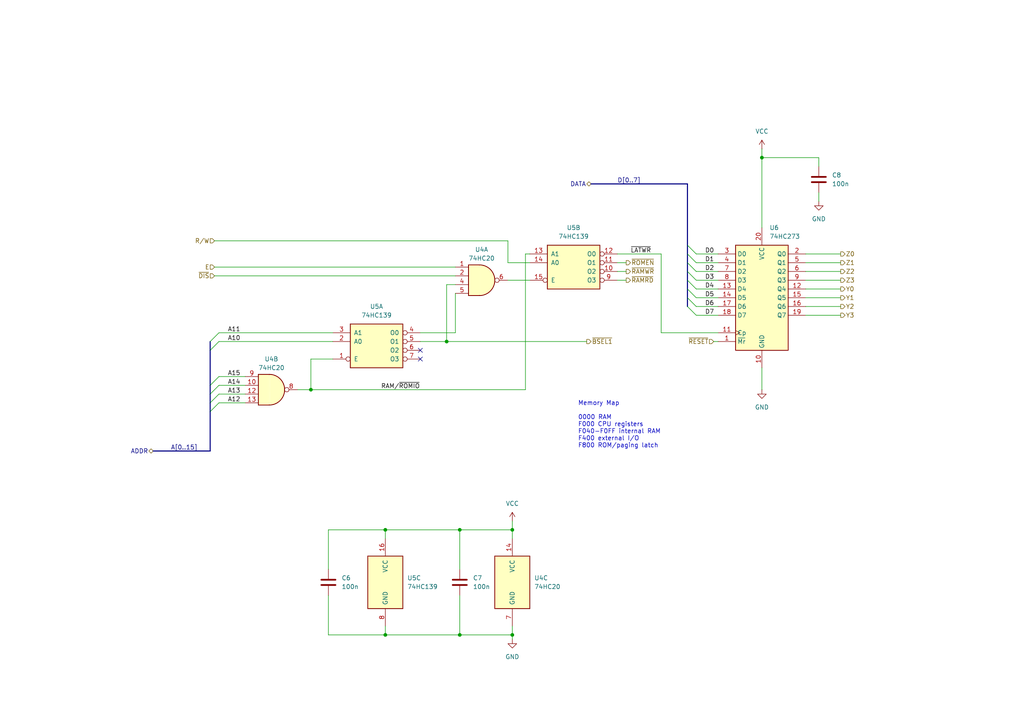
<source format=kicad_sch>
(kicad_sch
	(version 20231120)
	(generator "eeschema")
	(generator_version "8.0")
	(uuid "6e54b2b8-d9bb-4f77-8cd1-546b95446bf9")
	(paper "A4")
	(title_block
		(title "Mini11/8 Board V1.0")
	)
	(lib_symbols
		(symbol "74xx:74HC273"
			(exclude_from_sim no)
			(in_bom yes)
			(on_board yes)
			(property "Reference" "U"
				(at -7.62 16.51 0)
				(effects
					(font
						(size 1.27 1.27)
					)
				)
			)
			(property "Value" "74HC273"
				(at -7.62 -16.51 0)
				(effects
					(font
						(size 1.27 1.27)
					)
				)
			)
			(property "Footprint" ""
				(at 0 0 0)
				(effects
					(font
						(size 1.27 1.27)
					)
					(hide yes)
				)
			)
			(property "Datasheet" "https://assets.nexperia.com/documents/data-sheet/74HC_HCT273.pdf"
				(at 0 0 0)
				(effects
					(font
						(size 1.27 1.27)
					)
					(hide yes)
				)
			)
			(property "Description" "8-bit D Flip-Flop, reset"
				(at 0 0 0)
				(effects
					(font
						(size 1.27 1.27)
					)
					(hide yes)
				)
			)
			(property "ki_keywords" "HCMOS DFF DFF8"
				(at 0 0 0)
				(effects
					(font
						(size 1.27 1.27)
					)
					(hide yes)
				)
			)
			(property "ki_fp_filters" "DIP?20* SO?20* SOIC?20*"
				(at 0 0 0)
				(effects
					(font
						(size 1.27 1.27)
					)
					(hide yes)
				)
			)
			(symbol "74HC273_1_0"
				(pin input line
					(at -12.7 -12.7 0)
					(length 5.08)
					(name "~{Mr}"
						(effects
							(font
								(size 1.27 1.27)
							)
						)
					)
					(number "1"
						(effects
							(font
								(size 1.27 1.27)
							)
						)
					)
				)
				(pin power_in line
					(at 0 -20.32 90)
					(length 5.08)
					(name "GND"
						(effects
							(font
								(size 1.27 1.27)
							)
						)
					)
					(number "10"
						(effects
							(font
								(size 1.27 1.27)
							)
						)
					)
				)
				(pin input clock
					(at -12.7 -10.16 0)
					(length 5.08)
					(name "Cp"
						(effects
							(font
								(size 1.27 1.27)
							)
						)
					)
					(number "11"
						(effects
							(font
								(size 1.27 1.27)
							)
						)
					)
				)
				(pin output line
					(at 12.7 2.54 180)
					(length 5.08)
					(name "Q4"
						(effects
							(font
								(size 1.27 1.27)
							)
						)
					)
					(number "12"
						(effects
							(font
								(size 1.27 1.27)
							)
						)
					)
				)
				(pin input line
					(at -12.7 2.54 0)
					(length 5.08)
					(name "D4"
						(effects
							(font
								(size 1.27 1.27)
							)
						)
					)
					(number "13"
						(effects
							(font
								(size 1.27 1.27)
							)
						)
					)
				)
				(pin input line
					(at -12.7 0 0)
					(length 5.08)
					(name "D5"
						(effects
							(font
								(size 1.27 1.27)
							)
						)
					)
					(number "14"
						(effects
							(font
								(size 1.27 1.27)
							)
						)
					)
				)
				(pin output line
					(at 12.7 0 180)
					(length 5.08)
					(name "Q5"
						(effects
							(font
								(size 1.27 1.27)
							)
						)
					)
					(number "15"
						(effects
							(font
								(size 1.27 1.27)
							)
						)
					)
				)
				(pin output line
					(at 12.7 -2.54 180)
					(length 5.08)
					(name "Q6"
						(effects
							(font
								(size 1.27 1.27)
							)
						)
					)
					(number "16"
						(effects
							(font
								(size 1.27 1.27)
							)
						)
					)
				)
				(pin input line
					(at -12.7 -2.54 0)
					(length 5.08)
					(name "D6"
						(effects
							(font
								(size 1.27 1.27)
							)
						)
					)
					(number "17"
						(effects
							(font
								(size 1.27 1.27)
							)
						)
					)
				)
				(pin input line
					(at -12.7 -5.08 0)
					(length 5.08)
					(name "D7"
						(effects
							(font
								(size 1.27 1.27)
							)
						)
					)
					(number "18"
						(effects
							(font
								(size 1.27 1.27)
							)
						)
					)
				)
				(pin output line
					(at 12.7 -5.08 180)
					(length 5.08)
					(name "Q7"
						(effects
							(font
								(size 1.27 1.27)
							)
						)
					)
					(number "19"
						(effects
							(font
								(size 1.27 1.27)
							)
						)
					)
				)
				(pin output line
					(at 12.7 12.7 180)
					(length 5.08)
					(name "Q0"
						(effects
							(font
								(size 1.27 1.27)
							)
						)
					)
					(number "2"
						(effects
							(font
								(size 1.27 1.27)
							)
						)
					)
				)
				(pin power_in line
					(at 0 20.32 270)
					(length 5.08)
					(name "VCC"
						(effects
							(font
								(size 1.27 1.27)
							)
						)
					)
					(number "20"
						(effects
							(font
								(size 1.27 1.27)
							)
						)
					)
				)
				(pin input line
					(at -12.7 12.7 0)
					(length 5.08)
					(name "D0"
						(effects
							(font
								(size 1.27 1.27)
							)
						)
					)
					(number "3"
						(effects
							(font
								(size 1.27 1.27)
							)
						)
					)
				)
				(pin input line
					(at -12.7 10.16 0)
					(length 5.08)
					(name "D1"
						(effects
							(font
								(size 1.27 1.27)
							)
						)
					)
					(number "4"
						(effects
							(font
								(size 1.27 1.27)
							)
						)
					)
				)
				(pin output line
					(at 12.7 10.16 180)
					(length 5.08)
					(name "Q1"
						(effects
							(font
								(size 1.27 1.27)
							)
						)
					)
					(number "5"
						(effects
							(font
								(size 1.27 1.27)
							)
						)
					)
				)
				(pin output line
					(at 12.7 7.62 180)
					(length 5.08)
					(name "Q2"
						(effects
							(font
								(size 1.27 1.27)
							)
						)
					)
					(number "6"
						(effects
							(font
								(size 1.27 1.27)
							)
						)
					)
				)
				(pin input line
					(at -12.7 7.62 0)
					(length 5.08)
					(name "D2"
						(effects
							(font
								(size 1.27 1.27)
							)
						)
					)
					(number "7"
						(effects
							(font
								(size 1.27 1.27)
							)
						)
					)
				)
				(pin input line
					(at -12.7 5.08 0)
					(length 5.08)
					(name "D3"
						(effects
							(font
								(size 1.27 1.27)
							)
						)
					)
					(number "8"
						(effects
							(font
								(size 1.27 1.27)
							)
						)
					)
				)
				(pin output line
					(at 12.7 5.08 180)
					(length 5.08)
					(name "Q3"
						(effects
							(font
								(size 1.27 1.27)
							)
						)
					)
					(number "9"
						(effects
							(font
								(size 1.27 1.27)
							)
						)
					)
				)
			)
			(symbol "74HC273_1_1"
				(rectangle
					(start -7.62 15.24)
					(end 7.62 -15.24)
					(stroke
						(width 0.254)
						(type default)
					)
					(fill
						(type background)
					)
				)
			)
		)
		(symbol "74xx:74LS139"
			(pin_names
				(offset 1.016)
			)
			(exclude_from_sim no)
			(in_bom yes)
			(on_board yes)
			(property "Reference" "U"
				(at -7.62 8.89 0)
				(effects
					(font
						(size 1.27 1.27)
					)
				)
			)
			(property "Value" "74LS139"
				(at -7.62 -8.89 0)
				(effects
					(font
						(size 1.27 1.27)
					)
				)
			)
			(property "Footprint" ""
				(at 0 0 0)
				(effects
					(font
						(size 1.27 1.27)
					)
					(hide yes)
				)
			)
			(property "Datasheet" "http://www.ti.com/lit/ds/symlink/sn74ls139a.pdf"
				(at 0 0 0)
				(effects
					(font
						(size 1.27 1.27)
					)
					(hide yes)
				)
			)
			(property "Description" "Dual Decoder 1 of 4, Active low outputs"
				(at 0 0 0)
				(effects
					(font
						(size 1.27 1.27)
					)
					(hide yes)
				)
			)
			(property "ki_locked" ""
				(at 0 0 0)
				(effects
					(font
						(size 1.27 1.27)
					)
				)
			)
			(property "ki_keywords" "TTL DECOD4"
				(at 0 0 0)
				(effects
					(font
						(size 1.27 1.27)
					)
					(hide yes)
				)
			)
			(property "ki_fp_filters" "DIP?16*"
				(at 0 0 0)
				(effects
					(font
						(size 1.27 1.27)
					)
					(hide yes)
				)
			)
			(symbol "74LS139_1_0"
				(pin input inverted
					(at -12.7 -5.08 0)
					(length 5.08)
					(name "E"
						(effects
							(font
								(size 1.27 1.27)
							)
						)
					)
					(number "1"
						(effects
							(font
								(size 1.27 1.27)
							)
						)
					)
				)
				(pin input line
					(at -12.7 0 0)
					(length 5.08)
					(name "A0"
						(effects
							(font
								(size 1.27 1.27)
							)
						)
					)
					(number "2"
						(effects
							(font
								(size 1.27 1.27)
							)
						)
					)
				)
				(pin input line
					(at -12.7 2.54 0)
					(length 5.08)
					(name "A1"
						(effects
							(font
								(size 1.27 1.27)
							)
						)
					)
					(number "3"
						(effects
							(font
								(size 1.27 1.27)
							)
						)
					)
				)
				(pin output inverted
					(at 12.7 2.54 180)
					(length 5.08)
					(name "O0"
						(effects
							(font
								(size 1.27 1.27)
							)
						)
					)
					(number "4"
						(effects
							(font
								(size 1.27 1.27)
							)
						)
					)
				)
				(pin output inverted
					(at 12.7 0 180)
					(length 5.08)
					(name "O1"
						(effects
							(font
								(size 1.27 1.27)
							)
						)
					)
					(number "5"
						(effects
							(font
								(size 1.27 1.27)
							)
						)
					)
				)
				(pin output inverted
					(at 12.7 -2.54 180)
					(length 5.08)
					(name "O2"
						(effects
							(font
								(size 1.27 1.27)
							)
						)
					)
					(number "6"
						(effects
							(font
								(size 1.27 1.27)
							)
						)
					)
				)
				(pin output inverted
					(at 12.7 -5.08 180)
					(length 5.08)
					(name "O3"
						(effects
							(font
								(size 1.27 1.27)
							)
						)
					)
					(number "7"
						(effects
							(font
								(size 1.27 1.27)
							)
						)
					)
				)
			)
			(symbol "74LS139_1_1"
				(rectangle
					(start -7.62 5.08)
					(end 7.62 -7.62)
					(stroke
						(width 0.254)
						(type default)
					)
					(fill
						(type background)
					)
				)
			)
			(symbol "74LS139_2_0"
				(pin output inverted
					(at 12.7 -2.54 180)
					(length 5.08)
					(name "O2"
						(effects
							(font
								(size 1.27 1.27)
							)
						)
					)
					(number "10"
						(effects
							(font
								(size 1.27 1.27)
							)
						)
					)
				)
				(pin output inverted
					(at 12.7 0 180)
					(length 5.08)
					(name "O1"
						(effects
							(font
								(size 1.27 1.27)
							)
						)
					)
					(number "11"
						(effects
							(font
								(size 1.27 1.27)
							)
						)
					)
				)
				(pin output inverted
					(at 12.7 2.54 180)
					(length 5.08)
					(name "O0"
						(effects
							(font
								(size 1.27 1.27)
							)
						)
					)
					(number "12"
						(effects
							(font
								(size 1.27 1.27)
							)
						)
					)
				)
				(pin input line
					(at -12.7 2.54 0)
					(length 5.08)
					(name "A1"
						(effects
							(font
								(size 1.27 1.27)
							)
						)
					)
					(number "13"
						(effects
							(font
								(size 1.27 1.27)
							)
						)
					)
				)
				(pin input line
					(at -12.7 0 0)
					(length 5.08)
					(name "A0"
						(effects
							(font
								(size 1.27 1.27)
							)
						)
					)
					(number "14"
						(effects
							(font
								(size 1.27 1.27)
							)
						)
					)
				)
				(pin input inverted
					(at -12.7 -5.08 0)
					(length 5.08)
					(name "E"
						(effects
							(font
								(size 1.27 1.27)
							)
						)
					)
					(number "15"
						(effects
							(font
								(size 1.27 1.27)
							)
						)
					)
				)
				(pin output inverted
					(at 12.7 -5.08 180)
					(length 5.08)
					(name "O3"
						(effects
							(font
								(size 1.27 1.27)
							)
						)
					)
					(number "9"
						(effects
							(font
								(size 1.27 1.27)
							)
						)
					)
				)
			)
			(symbol "74LS139_2_1"
				(rectangle
					(start -7.62 5.08)
					(end 7.62 -7.62)
					(stroke
						(width 0.254)
						(type default)
					)
					(fill
						(type background)
					)
				)
			)
			(symbol "74LS139_3_0"
				(pin power_in line
					(at 0 12.7 270)
					(length 5.08)
					(name "VCC"
						(effects
							(font
								(size 1.27 1.27)
							)
						)
					)
					(number "16"
						(effects
							(font
								(size 1.27 1.27)
							)
						)
					)
				)
				(pin power_in line
					(at 0 -12.7 90)
					(length 5.08)
					(name "GND"
						(effects
							(font
								(size 1.27 1.27)
							)
						)
					)
					(number "8"
						(effects
							(font
								(size 1.27 1.27)
							)
						)
					)
				)
			)
			(symbol "74LS139_3_1"
				(rectangle
					(start -5.08 7.62)
					(end 5.08 -7.62)
					(stroke
						(width 0.254)
						(type default)
					)
					(fill
						(type background)
					)
				)
			)
		)
		(symbol "74xx:74LS20"
			(pin_names
				(offset 1.016)
			)
			(exclude_from_sim no)
			(in_bom yes)
			(on_board yes)
			(property "Reference" "U"
				(at 0 1.27 0)
				(effects
					(font
						(size 1.27 1.27)
					)
				)
			)
			(property "Value" "74LS20"
				(at 0 -1.27 0)
				(effects
					(font
						(size 1.27 1.27)
					)
				)
			)
			(property "Footprint" ""
				(at 0 0 0)
				(effects
					(font
						(size 1.27 1.27)
					)
					(hide yes)
				)
			)
			(property "Datasheet" "http://www.ti.com/lit/gpn/sn74LS20"
				(at 0 0 0)
				(effects
					(font
						(size 1.27 1.27)
					)
					(hide yes)
				)
			)
			(property "Description" "Dual 4-input NAND"
				(at 0 0 0)
				(effects
					(font
						(size 1.27 1.27)
					)
					(hide yes)
				)
			)
			(property "ki_locked" ""
				(at 0 0 0)
				(effects
					(font
						(size 1.27 1.27)
					)
				)
			)
			(property "ki_keywords" "TTL Nand4"
				(at 0 0 0)
				(effects
					(font
						(size 1.27 1.27)
					)
					(hide yes)
				)
			)
			(property "ki_fp_filters" "DIP?12*"
				(at 0 0 0)
				(effects
					(font
						(size 1.27 1.27)
					)
					(hide yes)
				)
			)
			(symbol "74LS20_1_1"
				(arc
					(start -0.635 -4.445)
					(mid 3.7907 0)
					(end -0.635 4.445)
					(stroke
						(width 0.254)
						(type default)
					)
					(fill
						(type background)
					)
				)
				(polyline
					(pts
						(xy -0.635 4.445) (xy -3.81 4.445) (xy -3.81 -4.445) (xy -0.635 -4.445)
					)
					(stroke
						(width 0.254)
						(type default)
					)
					(fill
						(type background)
					)
				)
				(pin input line
					(at -7.62 3.81 0)
					(length 3.81)
					(name "~"
						(effects
							(font
								(size 1.27 1.27)
							)
						)
					)
					(number "1"
						(effects
							(font
								(size 1.27 1.27)
							)
						)
					)
				)
				(pin input line
					(at -7.62 1.27 0)
					(length 3.81)
					(name "~"
						(effects
							(font
								(size 1.27 1.27)
							)
						)
					)
					(number "2"
						(effects
							(font
								(size 1.27 1.27)
							)
						)
					)
				)
				(pin input line
					(at -7.62 -1.27 0)
					(length 3.81)
					(name "~"
						(effects
							(font
								(size 1.27 1.27)
							)
						)
					)
					(number "4"
						(effects
							(font
								(size 1.27 1.27)
							)
						)
					)
				)
				(pin input line
					(at -7.62 -3.81 0)
					(length 3.81)
					(name "~"
						(effects
							(font
								(size 1.27 1.27)
							)
						)
					)
					(number "5"
						(effects
							(font
								(size 1.27 1.27)
							)
						)
					)
				)
				(pin output inverted
					(at 7.62 0 180)
					(length 3.81)
					(name "~"
						(effects
							(font
								(size 1.27 1.27)
							)
						)
					)
					(number "6"
						(effects
							(font
								(size 1.27 1.27)
							)
						)
					)
				)
			)
			(symbol "74LS20_1_2"
				(arc
					(start -3.81 -4.445)
					(mid -2.5908 0)
					(end -3.81 4.445)
					(stroke
						(width 0.254)
						(type default)
					)
					(fill
						(type none)
					)
				)
				(arc
					(start -0.6096 -4.445)
					(mid 2.2246 -2.8422)
					(end 3.81 0)
					(stroke
						(width 0.254)
						(type default)
					)
					(fill
						(type background)
					)
				)
				(polyline
					(pts
						(xy -3.81 -4.445) (xy -0.635 -4.445)
					)
					(stroke
						(width 0.254)
						(type default)
					)
					(fill
						(type background)
					)
				)
				(polyline
					(pts
						(xy -3.81 4.445) (xy -0.635 4.445)
					)
					(stroke
						(width 0.254)
						(type default)
					)
					(fill
						(type background)
					)
				)
				(polyline
					(pts
						(xy -0.635 4.445) (xy -3.81 4.445) (xy -3.81 4.445) (xy -3.6322 4.0894) (xy -3.0988 2.921) (xy -2.7686 1.6764)
						(xy -2.6162 0.4318) (xy -2.6416 -0.8636) (xy -2.8702 -2.1082) (xy -3.2512 -3.3274) (xy -3.81 -4.445)
						(xy -3.81 -4.445) (xy -0.635 -4.445)
					)
					(stroke
						(width -25.4)
						(type default)
					)
					(fill
						(type background)
					)
				)
				(arc
					(start 3.81 0)
					(mid 2.2204 2.8379)
					(end -0.6096 4.445)
					(stroke
						(width 0.254)
						(type default)
					)
					(fill
						(type background)
					)
				)
				(pin input inverted
					(at -7.62 3.81 0)
					(length 3.81)
					(name "~"
						(effects
							(font
								(size 1.27 1.27)
							)
						)
					)
					(number "1"
						(effects
							(font
								(size 1.27 1.27)
							)
						)
					)
				)
				(pin input inverted
					(at -7.62 1.27 0)
					(length 4.826)
					(name "~"
						(effects
							(font
								(size 1.27 1.27)
							)
						)
					)
					(number "2"
						(effects
							(font
								(size 1.27 1.27)
							)
						)
					)
				)
				(pin input inverted
					(at -7.62 -1.27 0)
					(length 4.826)
					(name "~"
						(effects
							(font
								(size 1.27 1.27)
							)
						)
					)
					(number "4"
						(effects
							(font
								(size 1.27 1.27)
							)
						)
					)
				)
				(pin input inverted
					(at -7.62 -3.81 0)
					(length 3.81)
					(name "~"
						(effects
							(font
								(size 1.27 1.27)
							)
						)
					)
					(number "5"
						(effects
							(font
								(size 1.27 1.27)
							)
						)
					)
				)
				(pin output line
					(at 7.62 0 180)
					(length 3.81)
					(name "~"
						(effects
							(font
								(size 1.27 1.27)
							)
						)
					)
					(number "6"
						(effects
							(font
								(size 1.27 1.27)
							)
						)
					)
				)
			)
			(symbol "74LS20_2_1"
				(arc
					(start -0.635 -4.445)
					(mid 3.7907 0)
					(end -0.635 4.445)
					(stroke
						(width 0.254)
						(type default)
					)
					(fill
						(type background)
					)
				)
				(polyline
					(pts
						(xy -0.635 4.445) (xy -3.81 4.445) (xy -3.81 -4.445) (xy -0.635 -4.445)
					)
					(stroke
						(width 0.254)
						(type default)
					)
					(fill
						(type background)
					)
				)
				(pin input line
					(at -7.62 1.27 0)
					(length 3.81)
					(name "~"
						(effects
							(font
								(size 1.27 1.27)
							)
						)
					)
					(number "10"
						(effects
							(font
								(size 1.27 1.27)
							)
						)
					)
				)
				(pin input line
					(at -7.62 -1.27 0)
					(length 3.81)
					(name "~"
						(effects
							(font
								(size 1.27 1.27)
							)
						)
					)
					(number "12"
						(effects
							(font
								(size 1.27 1.27)
							)
						)
					)
				)
				(pin input line
					(at -7.62 -3.81 0)
					(length 3.81)
					(name "~"
						(effects
							(font
								(size 1.27 1.27)
							)
						)
					)
					(number "13"
						(effects
							(font
								(size 1.27 1.27)
							)
						)
					)
				)
				(pin output inverted
					(at 7.62 0 180)
					(length 3.81)
					(name "~"
						(effects
							(font
								(size 1.27 1.27)
							)
						)
					)
					(number "8"
						(effects
							(font
								(size 1.27 1.27)
							)
						)
					)
				)
				(pin input line
					(at -7.62 3.81 0)
					(length 3.81)
					(name "~"
						(effects
							(font
								(size 1.27 1.27)
							)
						)
					)
					(number "9"
						(effects
							(font
								(size 1.27 1.27)
							)
						)
					)
				)
			)
			(symbol "74LS20_2_2"
				(arc
					(start -3.81 -4.445)
					(mid -2.5908 0)
					(end -3.81 4.445)
					(stroke
						(width 0.254)
						(type default)
					)
					(fill
						(type none)
					)
				)
				(arc
					(start -0.6096 -4.445)
					(mid 2.2246 -2.8422)
					(end 3.81 0)
					(stroke
						(width 0.254)
						(type default)
					)
					(fill
						(type background)
					)
				)
				(polyline
					(pts
						(xy -3.81 -4.445) (xy -0.635 -4.445)
					)
					(stroke
						(width 0.254)
						(type default)
					)
					(fill
						(type background)
					)
				)
				(polyline
					(pts
						(xy -3.81 4.445) (xy -0.635 4.445)
					)
					(stroke
						(width 0.254)
						(type default)
					)
					(fill
						(type background)
					)
				)
				(polyline
					(pts
						(xy -0.635 4.445) (xy -3.81 4.445) (xy -3.81 4.445) (xy -3.6322 4.0894) (xy -3.0988 2.921) (xy -2.7686 1.6764)
						(xy -2.6162 0.4318) (xy -2.6416 -0.8636) (xy -2.8702 -2.1082) (xy -3.2512 -3.3274) (xy -3.81 -4.445)
						(xy -3.81 -4.445) (xy -0.635 -4.445)
					)
					(stroke
						(width -25.4)
						(type default)
					)
					(fill
						(type background)
					)
				)
				(arc
					(start 3.81 0)
					(mid 2.2204 2.8379)
					(end -0.6096 4.445)
					(stroke
						(width 0.254)
						(type default)
					)
					(fill
						(type background)
					)
				)
				(pin input inverted
					(at -7.62 1.27 0)
					(length 4.826)
					(name "~"
						(effects
							(font
								(size 1.27 1.27)
							)
						)
					)
					(number "10"
						(effects
							(font
								(size 1.27 1.27)
							)
						)
					)
				)
				(pin input inverted
					(at -7.62 -1.27 0)
					(length 4.826)
					(name "~"
						(effects
							(font
								(size 1.27 1.27)
							)
						)
					)
					(number "12"
						(effects
							(font
								(size 1.27 1.27)
							)
						)
					)
				)
				(pin input inverted
					(at -7.62 -3.81 0)
					(length 3.81)
					(name "~"
						(effects
							(font
								(size 1.27 1.27)
							)
						)
					)
					(number "13"
						(effects
							(font
								(size 1.27 1.27)
							)
						)
					)
				)
				(pin output line
					(at 7.62 0 180)
					(length 3.81)
					(name "~"
						(effects
							(font
								(size 1.27 1.27)
							)
						)
					)
					(number "8"
						(effects
							(font
								(size 1.27 1.27)
							)
						)
					)
				)
				(pin input inverted
					(at -7.62 3.81 0)
					(length 3.81)
					(name "~"
						(effects
							(font
								(size 1.27 1.27)
							)
						)
					)
					(number "9"
						(effects
							(font
								(size 1.27 1.27)
							)
						)
					)
				)
			)
			(symbol "74LS20_3_0"
				(pin power_in line
					(at 0 12.7 270)
					(length 5.08)
					(name "VCC"
						(effects
							(font
								(size 1.27 1.27)
							)
						)
					)
					(number "14"
						(effects
							(font
								(size 1.27 1.27)
							)
						)
					)
				)
				(pin power_in line
					(at 0 -12.7 90)
					(length 5.08)
					(name "GND"
						(effects
							(font
								(size 1.27 1.27)
							)
						)
					)
					(number "7"
						(effects
							(font
								(size 1.27 1.27)
							)
						)
					)
				)
			)
			(symbol "74LS20_3_1"
				(rectangle
					(start -5.08 7.62)
					(end 5.08 -7.62)
					(stroke
						(width 0.254)
						(type default)
					)
					(fill
						(type background)
					)
				)
			)
		)
		(symbol "Device:C"
			(pin_numbers hide)
			(pin_names
				(offset 0.254)
			)
			(exclude_from_sim no)
			(in_bom yes)
			(on_board yes)
			(property "Reference" "C"
				(at 0.635 2.54 0)
				(effects
					(font
						(size 1.27 1.27)
					)
					(justify left)
				)
			)
			(property "Value" "C"
				(at 0.635 -2.54 0)
				(effects
					(font
						(size 1.27 1.27)
					)
					(justify left)
				)
			)
			(property "Footprint" ""
				(at 0.9652 -3.81 0)
				(effects
					(font
						(size 1.27 1.27)
					)
					(hide yes)
				)
			)
			(property "Datasheet" "~"
				(at 0 0 0)
				(effects
					(font
						(size 1.27 1.27)
					)
					(hide yes)
				)
			)
			(property "Description" "Unpolarized capacitor"
				(at 0 0 0)
				(effects
					(font
						(size 1.27 1.27)
					)
					(hide yes)
				)
			)
			(property "ki_keywords" "cap capacitor"
				(at 0 0 0)
				(effects
					(font
						(size 1.27 1.27)
					)
					(hide yes)
				)
			)
			(property "ki_fp_filters" "C_*"
				(at 0 0 0)
				(effects
					(font
						(size 1.27 1.27)
					)
					(hide yes)
				)
			)
			(symbol "C_0_1"
				(polyline
					(pts
						(xy -2.032 -0.762) (xy 2.032 -0.762)
					)
					(stroke
						(width 0.508)
						(type default)
					)
					(fill
						(type none)
					)
				)
				(polyline
					(pts
						(xy -2.032 0.762) (xy 2.032 0.762)
					)
					(stroke
						(width 0.508)
						(type default)
					)
					(fill
						(type none)
					)
				)
			)
			(symbol "C_1_1"
				(pin passive line
					(at 0 3.81 270)
					(length 2.794)
					(name "~"
						(effects
							(font
								(size 1.27 1.27)
							)
						)
					)
					(number "1"
						(effects
							(font
								(size 1.27 1.27)
							)
						)
					)
				)
				(pin passive line
					(at 0 -3.81 90)
					(length 2.794)
					(name "~"
						(effects
							(font
								(size 1.27 1.27)
							)
						)
					)
					(number "2"
						(effects
							(font
								(size 1.27 1.27)
							)
						)
					)
				)
			)
		)
		(symbol "power:GND"
			(power)
			(pin_numbers hide)
			(pin_names
				(offset 0) hide)
			(exclude_from_sim no)
			(in_bom yes)
			(on_board yes)
			(property "Reference" "#PWR"
				(at 0 -6.35 0)
				(effects
					(font
						(size 1.27 1.27)
					)
					(hide yes)
				)
			)
			(property "Value" "GND"
				(at 0 -3.81 0)
				(effects
					(font
						(size 1.27 1.27)
					)
				)
			)
			(property "Footprint" ""
				(at 0 0 0)
				(effects
					(font
						(size 1.27 1.27)
					)
					(hide yes)
				)
			)
			(property "Datasheet" ""
				(at 0 0 0)
				(effects
					(font
						(size 1.27 1.27)
					)
					(hide yes)
				)
			)
			(property "Description" "Power symbol creates a global label with name \"GND\" , ground"
				(at 0 0 0)
				(effects
					(font
						(size 1.27 1.27)
					)
					(hide yes)
				)
			)
			(property "ki_keywords" "global power"
				(at 0 0 0)
				(effects
					(font
						(size 1.27 1.27)
					)
					(hide yes)
				)
			)
			(symbol "GND_0_1"
				(polyline
					(pts
						(xy 0 0) (xy 0 -1.27) (xy 1.27 -1.27) (xy 0 -2.54) (xy -1.27 -1.27) (xy 0 -1.27)
					)
					(stroke
						(width 0)
						(type default)
					)
					(fill
						(type none)
					)
				)
			)
			(symbol "GND_1_1"
				(pin power_in line
					(at 0 0 270)
					(length 0)
					(name "~"
						(effects
							(font
								(size 1.27 1.27)
							)
						)
					)
					(number "1"
						(effects
							(font
								(size 1.27 1.27)
							)
						)
					)
				)
			)
		)
		(symbol "power:VCC"
			(power)
			(pin_numbers hide)
			(pin_names
				(offset 0) hide)
			(exclude_from_sim no)
			(in_bom yes)
			(on_board yes)
			(property "Reference" "#PWR"
				(at 0 -3.81 0)
				(effects
					(font
						(size 1.27 1.27)
					)
					(hide yes)
				)
			)
			(property "Value" "VCC"
				(at 0 3.556 0)
				(effects
					(font
						(size 1.27 1.27)
					)
				)
			)
			(property "Footprint" ""
				(at 0 0 0)
				(effects
					(font
						(size 1.27 1.27)
					)
					(hide yes)
				)
			)
			(property "Datasheet" ""
				(at 0 0 0)
				(effects
					(font
						(size 1.27 1.27)
					)
					(hide yes)
				)
			)
			(property "Description" "Power symbol creates a global label with name \"VCC\""
				(at 0 0 0)
				(effects
					(font
						(size 1.27 1.27)
					)
					(hide yes)
				)
			)
			(property "ki_keywords" "global power"
				(at 0 0 0)
				(effects
					(font
						(size 1.27 1.27)
					)
					(hide yes)
				)
			)
			(symbol "VCC_0_1"
				(polyline
					(pts
						(xy -0.762 1.27) (xy 0 2.54)
					)
					(stroke
						(width 0)
						(type default)
					)
					(fill
						(type none)
					)
				)
				(polyline
					(pts
						(xy 0 0) (xy 0 2.54)
					)
					(stroke
						(width 0)
						(type default)
					)
					(fill
						(type none)
					)
				)
				(polyline
					(pts
						(xy 0 2.54) (xy 0.762 1.27)
					)
					(stroke
						(width 0)
						(type default)
					)
					(fill
						(type none)
					)
				)
			)
			(symbol "VCC_1_1"
				(pin power_in line
					(at 0 0 90)
					(length 0)
					(name "~"
						(effects
							(font
								(size 1.27 1.27)
							)
						)
					)
					(number "1"
						(effects
							(font
								(size 1.27 1.27)
							)
						)
					)
				)
			)
		)
	)
	(junction
		(at 148.59 184.15)
		(diameter 0)
		(color 0 0 0 0)
		(uuid "537d7552-d016-4ba0-89b5-1d4221cdf34a")
	)
	(junction
		(at 111.76 153.67)
		(diameter 0)
		(color 0 0 0 0)
		(uuid "6703c51d-43e1-4ab0-b930-72f1ec496c89")
	)
	(junction
		(at 111.76 184.15)
		(diameter 0)
		(color 0 0 0 0)
		(uuid "7b683b0f-88d9-4212-b737-20cf8672096d")
	)
	(junction
		(at 129.54 99.06)
		(diameter 0)
		(color 0 0 0 0)
		(uuid "81cd86e3-e664-4169-bbef-d315f163271e")
	)
	(junction
		(at 220.98 45.72)
		(diameter 0)
		(color 0 0 0 0)
		(uuid "abeebaf7-15e2-41f7-a241-603191de3771")
	)
	(junction
		(at 133.35 184.15)
		(diameter 0)
		(color 0 0 0 0)
		(uuid "add135a4-cf5c-465a-96f4-b2eb61ef65f1")
	)
	(junction
		(at 148.59 153.67)
		(diameter 0)
		(color 0 0 0 0)
		(uuid "c582c7f5-4774-446d-872d-517f85f3d356")
	)
	(junction
		(at 133.35 153.67)
		(diameter 0)
		(color 0 0 0 0)
		(uuid "d5fea5d2-72e7-4e26-a6a6-39c47cd059e9")
	)
	(junction
		(at 90.17 113.03)
		(diameter 0)
		(color 0 0 0 0)
		(uuid "ecb888a8-c76b-4c57-a351-a00c84c52316")
	)
	(no_connect
		(at 121.92 101.6)
		(uuid "8e12ba5a-97b3-433c-a922-d0cf44262837")
	)
	(no_connect
		(at 121.92 104.14)
		(uuid "f6b0c83b-e572-410e-9155-d29abc42b668")
	)
	(bus_entry
		(at 60.96 99.06)
		(size 2.54 -2.54)
		(stroke
			(width 0)
			(type default)
		)
		(uuid "1102a6d3-994d-4819-927d-30654a3947f1")
	)
	(bus_entry
		(at 199.39 78.74)
		(size 2.54 2.54)
		(stroke
			(width 0)
			(type default)
		)
		(uuid "19dc5001-ce2c-434e-9d7f-abc1dfb789be")
	)
	(bus_entry
		(at 199.39 81.28)
		(size 2.54 2.54)
		(stroke
			(width 0)
			(type default)
		)
		(uuid "1a8e3aa0-a164-4e94-9823-e47cb618a213")
	)
	(bus_entry
		(at 199.39 83.82)
		(size 2.54 2.54)
		(stroke
			(width 0)
			(type default)
		)
		(uuid "4bc06807-e658-4876-aed0-75270909460c")
	)
	(bus_entry
		(at 60.96 116.84)
		(size 2.54 -2.54)
		(stroke
			(width 0)
			(type default)
		)
		(uuid "4d5d4e13-57c9-4950-81a2-6e484c144fda")
	)
	(bus_entry
		(at 199.39 88.9)
		(size 2.54 2.54)
		(stroke
			(width 0)
			(type default)
		)
		(uuid "53de24e4-09c0-4b4f-8ad1-26443ba00a4a")
	)
	(bus_entry
		(at 199.39 76.2)
		(size 2.54 2.54)
		(stroke
			(width 0)
			(type default)
		)
		(uuid "835dcc2e-7b11-498f-a804-f81a4b59f858")
	)
	(bus_entry
		(at 60.96 111.76)
		(size 2.54 -2.54)
		(stroke
			(width 0)
			(type default)
		)
		(uuid "909fca88-bad7-4a69-ab5d-9452e94c7bde")
	)
	(bus_entry
		(at 199.39 86.36)
		(size 2.54 2.54)
		(stroke
			(width 0)
			(type default)
		)
		(uuid "a142c06a-04d8-40f9-af4e-bb70f898fcbf")
	)
	(bus_entry
		(at 60.96 114.3)
		(size 2.54 -2.54)
		(stroke
			(width 0)
			(type default)
		)
		(uuid "c84ba8dc-0fa6-43d7-8de4-3ff2ad9dc122")
	)
	(bus_entry
		(at 199.39 73.66)
		(size 2.54 2.54)
		(stroke
			(width 0)
			(type default)
		)
		(uuid "cf16f36b-b03d-49d8-9916-a71708ca6e63")
	)
	(bus_entry
		(at 60.96 119.38)
		(size 2.54 -2.54)
		(stroke
			(width 0)
			(type default)
		)
		(uuid "d4631676-4a9c-4df8-ad50-9368fa8a62be")
	)
	(bus_entry
		(at 199.39 71.12)
		(size 2.54 2.54)
		(stroke
			(width 0)
			(type default)
		)
		(uuid "dbee3d42-58ac-4476-a3fe-406b2ccf6251")
	)
	(bus_entry
		(at 60.96 101.6)
		(size 2.54 -2.54)
		(stroke
			(width 0)
			(type default)
		)
		(uuid "fc8fe55b-8bd4-4f09-9eb2-9f2f0d168e52")
	)
	(wire
		(pts
			(xy 62.23 80.01) (xy 132.08 80.01)
		)
		(stroke
			(width 0)
			(type default)
		)
		(uuid "0565d704-5166-4571-8062-6d59a47a3aa2")
	)
	(bus
		(pts
			(xy 171.45 53.34) (xy 199.39 53.34)
		)
		(stroke
			(width 0)
			(type default)
		)
		(uuid "0c0e3531-015d-4f18-b2d4-ad8d2f3a8127")
	)
	(wire
		(pts
			(xy 63.5 109.22) (xy 71.12 109.22)
		)
		(stroke
			(width 0)
			(type default)
		)
		(uuid "0efb16df-1687-4500-bf33-880594cb313e")
	)
	(wire
		(pts
			(xy 111.76 181.61) (xy 111.76 184.15)
		)
		(stroke
			(width 0)
			(type default)
		)
		(uuid "0f219b23-0d0b-401b-aa77-2a74c3b250c2")
	)
	(wire
		(pts
			(xy 63.5 96.52) (xy 96.52 96.52)
		)
		(stroke
			(width 0)
			(type default)
		)
		(uuid "1272c61c-701f-4e62-8f7b-e29251447a0d")
	)
	(wire
		(pts
			(xy 147.32 69.85) (xy 147.32 76.2)
		)
		(stroke
			(width 0)
			(type default)
		)
		(uuid "13273332-a817-4c0d-b349-6967955932ce")
	)
	(wire
		(pts
			(xy 90.17 113.03) (xy 90.17 104.14)
		)
		(stroke
			(width 0)
			(type default)
		)
		(uuid "16b0b296-7972-44d7-886f-81b5eefe54f8")
	)
	(wire
		(pts
			(xy 133.35 153.67) (xy 148.59 153.67)
		)
		(stroke
			(width 0)
			(type default)
		)
		(uuid "1798494d-f4ab-4f11-bd77-ec06c20f6e5b")
	)
	(bus
		(pts
			(xy 199.39 78.74) (xy 199.39 81.28)
		)
		(stroke
			(width 0)
			(type default)
		)
		(uuid "1926fe87-637d-473c-899b-88614b37a8c0")
	)
	(wire
		(pts
			(xy 243.84 73.66) (xy 233.68 73.66)
		)
		(stroke
			(width 0)
			(type default)
		)
		(uuid "1adf8778-8d75-4b7f-845e-62a083696b2a")
	)
	(wire
		(pts
			(xy 62.23 77.47) (xy 132.08 77.47)
		)
		(stroke
			(width 0)
			(type default)
		)
		(uuid "23d373cf-bffe-4913-8c93-e451fa5f12e8")
	)
	(bus
		(pts
			(xy 199.39 83.82) (xy 199.39 81.28)
		)
		(stroke
			(width 0)
			(type default)
		)
		(uuid "243e7e64-98a8-4679-a45d-649a1f00a87b")
	)
	(bus
		(pts
			(xy 199.39 78.74) (xy 199.39 76.2)
		)
		(stroke
			(width 0)
			(type default)
		)
		(uuid "2a42a6b0-6037-4eb3-b055-5a4e2ebeb794")
	)
	(wire
		(pts
			(xy 63.5 116.84) (xy 71.12 116.84)
		)
		(stroke
			(width 0)
			(type default)
		)
		(uuid "2a587cf9-981e-4810-8e42-bf767115c37e")
	)
	(wire
		(pts
			(xy 147.32 69.85) (xy 62.23 69.85)
		)
		(stroke
			(width 0)
			(type default)
		)
		(uuid "2c12f0eb-6b0c-40b9-9e1b-8c68e5beab6b")
	)
	(wire
		(pts
			(xy 111.76 153.67) (xy 133.35 153.67)
		)
		(stroke
			(width 0)
			(type default)
		)
		(uuid "2d0f5a97-614f-4965-a740-6a1fcc306ed2")
	)
	(wire
		(pts
			(xy 220.98 106.68) (xy 220.98 113.03)
		)
		(stroke
			(width 0)
			(type default)
		)
		(uuid "3039053e-0b29-4f50-bd85-f40236958695")
	)
	(wire
		(pts
			(xy 90.17 113.03) (xy 152.4 113.03)
		)
		(stroke
			(width 0)
			(type default)
		)
		(uuid "31614bce-7b79-48a8-b395-12ed68d32cb7")
	)
	(bus
		(pts
			(xy 199.39 76.2) (xy 199.39 73.66)
		)
		(stroke
			(width 0)
			(type default)
		)
		(uuid "34db4ba2-954c-42fc-bfbe-516f83e57f51")
	)
	(bus
		(pts
			(xy 60.96 119.38) (xy 60.96 130.81)
		)
		(stroke
			(width 0)
			(type default)
		)
		(uuid "3a7b0f2a-7ece-48e3-8b00-58afd475153c")
	)
	(wire
		(pts
			(xy 243.84 78.74) (xy 233.68 78.74)
		)
		(stroke
			(width 0)
			(type default)
		)
		(uuid "3e97ca96-a5b5-428f-b6a1-e7ecba243a5a")
	)
	(wire
		(pts
			(xy 243.84 81.28) (xy 233.68 81.28)
		)
		(stroke
			(width 0)
			(type default)
		)
		(uuid "4334a8b2-a785-4442-be95-f5a20e0ad9d2")
	)
	(wire
		(pts
			(xy 237.49 45.72) (xy 220.98 45.72)
		)
		(stroke
			(width 0)
			(type default)
		)
		(uuid "43eb05d0-6937-4143-a128-e47479545688")
	)
	(wire
		(pts
			(xy 152.4 73.66) (xy 153.67 73.66)
		)
		(stroke
			(width 0)
			(type default)
		)
		(uuid "4b8edfc4-8186-48c9-9a49-426223fc2e7d")
	)
	(wire
		(pts
			(xy 201.93 73.66) (xy 208.28 73.66)
		)
		(stroke
			(width 0)
			(type default)
		)
		(uuid "528c65dc-b545-4d25-8c88-2016060024b4")
	)
	(wire
		(pts
			(xy 63.5 99.06) (xy 96.52 99.06)
		)
		(stroke
			(width 0)
			(type default)
		)
		(uuid "536d45e7-8a23-4268-9478-4159beef5231")
	)
	(wire
		(pts
			(xy 179.07 78.74) (xy 181.61 78.74)
		)
		(stroke
			(width 0)
			(type default)
		)
		(uuid "53816a73-85f1-4327-80a4-a6a1ce2eee8b")
	)
	(wire
		(pts
			(xy 201.93 86.36) (xy 208.28 86.36)
		)
		(stroke
			(width 0)
			(type default)
		)
		(uuid "5917a290-5791-440d-aa05-297679be81bd")
	)
	(wire
		(pts
			(xy 233.68 83.82) (xy 243.84 83.82)
		)
		(stroke
			(width 0)
			(type default)
		)
		(uuid "59c37743-32df-486f-8be8-9d12a49c30ab")
	)
	(bus
		(pts
			(xy 60.96 101.6) (xy 60.96 111.76)
		)
		(stroke
			(width 0)
			(type default)
		)
		(uuid "5a8f09b6-03d1-4e0a-8f50-bf2ddfe6e69c")
	)
	(wire
		(pts
			(xy 237.49 55.88) (xy 237.49 58.42)
		)
		(stroke
			(width 0)
			(type default)
		)
		(uuid "5b8584df-7eb6-4970-9903-cc73a525c865")
	)
	(wire
		(pts
			(xy 132.08 85.09) (xy 132.08 96.52)
		)
		(stroke
			(width 0)
			(type default)
		)
		(uuid "5f6251a1-15ab-4ec5-a4cb-4a919922dc33")
	)
	(wire
		(pts
			(xy 191.77 73.66) (xy 179.07 73.66)
		)
		(stroke
			(width 0)
			(type default)
		)
		(uuid "5ff36ff6-8dc9-4d91-b52e-2fd1b38ad980")
	)
	(wire
		(pts
			(xy 201.93 81.28) (xy 208.28 81.28)
		)
		(stroke
			(width 0)
			(type default)
		)
		(uuid "6017e8a4-ff80-482a-82cc-17d4143314fa")
	)
	(wire
		(pts
			(xy 233.68 91.44) (xy 243.84 91.44)
		)
		(stroke
			(width 0)
			(type default)
		)
		(uuid "6168e078-53a6-40cb-8400-d0ee14480459")
	)
	(wire
		(pts
			(xy 201.93 76.2) (xy 208.28 76.2)
		)
		(stroke
			(width 0)
			(type default)
		)
		(uuid "62f58d50-e5ca-4edc-a3d8-8f2243bf2e7a")
	)
	(wire
		(pts
			(xy 86.36 113.03) (xy 90.17 113.03)
		)
		(stroke
			(width 0)
			(type default)
		)
		(uuid "69bde8f0-645a-4883-aa03-d4c76948aad5")
	)
	(bus
		(pts
			(xy 199.39 71.12) (xy 199.39 53.34)
		)
		(stroke
			(width 0)
			(type default)
		)
		(uuid "6f4f68ad-8109-400b-aa4f-13a632560616")
	)
	(wire
		(pts
			(xy 148.59 184.15) (xy 148.59 181.61)
		)
		(stroke
			(width 0)
			(type default)
		)
		(uuid "73225962-c43c-435e-bcc6-3f0109c923f8")
	)
	(wire
		(pts
			(xy 121.92 96.52) (xy 132.08 96.52)
		)
		(stroke
			(width 0)
			(type default)
		)
		(uuid "7eaf8c38-e0ae-49a1-84e5-d24dd8d943c7")
	)
	(wire
		(pts
			(xy 95.25 153.67) (xy 111.76 153.67)
		)
		(stroke
			(width 0)
			(type default)
		)
		(uuid "7f1b7cc5-93e0-4c95-b0d9-32392566ee4c")
	)
	(wire
		(pts
			(xy 129.54 99.06) (xy 170.18 99.06)
		)
		(stroke
			(width 0)
			(type default)
		)
		(uuid "832db3ee-70bb-4df6-a233-920e2e01e9ab")
	)
	(wire
		(pts
			(xy 201.93 91.44) (xy 208.28 91.44)
		)
		(stroke
			(width 0)
			(type default)
		)
		(uuid "89b19b0e-5440-4311-b141-691ef5f7a1bf")
	)
	(wire
		(pts
			(xy 243.84 76.2) (xy 233.68 76.2)
		)
		(stroke
			(width 0)
			(type default)
		)
		(uuid "8a6b8e8d-d899-4daf-b72a-cbd38050f071")
	)
	(wire
		(pts
			(xy 133.35 153.67) (xy 133.35 165.1)
		)
		(stroke
			(width 0)
			(type default)
		)
		(uuid "8cc5ec6d-3d99-4040-8cb8-baa1bfc625a5")
	)
	(wire
		(pts
			(xy 133.35 184.15) (xy 148.59 184.15)
		)
		(stroke
			(width 0)
			(type default)
		)
		(uuid "8cfc6376-797c-4fd5-b900-b0bbc63bb342")
	)
	(wire
		(pts
			(xy 233.68 88.9) (xy 243.84 88.9)
		)
		(stroke
			(width 0)
			(type default)
		)
		(uuid "8d98975a-2520-4240-af16-d2cf1703bc08")
	)
	(wire
		(pts
			(xy 95.25 172.72) (xy 95.25 184.15)
		)
		(stroke
			(width 0)
			(type default)
		)
		(uuid "91752264-06a9-4806-b839-0914643e8f4e")
	)
	(bus
		(pts
			(xy 199.39 86.36) (xy 199.39 83.82)
		)
		(stroke
			(width 0)
			(type default)
		)
		(uuid "92b91e30-c4d6-4144-9470-87ffb6713de8")
	)
	(wire
		(pts
			(xy 111.76 184.15) (xy 133.35 184.15)
		)
		(stroke
			(width 0)
			(type default)
		)
		(uuid "96e25d50-02a0-40f2-91e1-cbfb071eaa00")
	)
	(wire
		(pts
			(xy 233.68 86.36) (xy 243.84 86.36)
		)
		(stroke
			(width 0)
			(type default)
		)
		(uuid "9929d3af-c976-4d3f-9cb9-45401126f0ed")
	)
	(bus
		(pts
			(xy 199.39 73.66) (xy 199.39 71.12)
		)
		(stroke
			(width 0)
			(type default)
		)
		(uuid "9aacee02-2f6d-4890-984f-dc9adf6b5f04")
	)
	(wire
		(pts
			(xy 220.98 43.18) (xy 220.98 45.72)
		)
		(stroke
			(width 0)
			(type default)
		)
		(uuid "9f2035bd-3c06-47aa-a0f7-7686599fdf0b")
	)
	(wire
		(pts
			(xy 191.77 96.52) (xy 191.77 73.66)
		)
		(stroke
			(width 0)
			(type default)
		)
		(uuid "9ff291c5-613c-41d7-958c-b98f5b6fc110")
	)
	(wire
		(pts
			(xy 111.76 153.67) (xy 111.76 156.21)
		)
		(stroke
			(width 0)
			(type default)
		)
		(uuid "a112e5ea-3626-4370-93ea-5d3542a145e8")
	)
	(wire
		(pts
			(xy 133.35 172.72) (xy 133.35 184.15)
		)
		(stroke
			(width 0)
			(type default)
		)
		(uuid "a4515b8b-8a9d-4f53-b92c-491262eb1863")
	)
	(wire
		(pts
			(xy 63.5 114.3) (xy 71.12 114.3)
		)
		(stroke
			(width 0)
			(type default)
		)
		(uuid "a51198c5-70c0-4ed4-a600-f894539f2091")
	)
	(wire
		(pts
			(xy 129.54 82.55) (xy 129.54 99.06)
		)
		(stroke
			(width 0)
			(type default)
		)
		(uuid "a7d9a1b5-8dff-4ce0-9fee-c3fcceb8c489")
	)
	(wire
		(pts
			(xy 147.32 81.28) (xy 153.67 81.28)
		)
		(stroke
			(width 0)
			(type default)
		)
		(uuid "a9c5c4c7-8ba1-4c9c-990a-1036cb04374f")
	)
	(wire
		(pts
			(xy 237.49 48.26) (xy 237.49 45.72)
		)
		(stroke
			(width 0)
			(type default)
		)
		(uuid "a9f14bb7-e80e-4747-b1bb-94d5afa414dd")
	)
	(wire
		(pts
			(xy 148.59 185.42) (xy 148.59 184.15)
		)
		(stroke
			(width 0)
			(type default)
		)
		(uuid "b3713627-f6b4-4fec-b545-c80537e4920e")
	)
	(wire
		(pts
			(xy 152.4 73.66) (xy 152.4 113.03)
		)
		(stroke
			(width 0)
			(type default)
		)
		(uuid "b473419e-4333-4bbf-a232-df51ef282cec")
	)
	(wire
		(pts
			(xy 121.92 99.06) (xy 129.54 99.06)
		)
		(stroke
			(width 0)
			(type default)
		)
		(uuid "b516d9c7-a5ee-49d9-a463-83d6e17248c5")
	)
	(bus
		(pts
			(xy 60.96 116.84) (xy 60.96 119.38)
		)
		(stroke
			(width 0)
			(type default)
		)
		(uuid "b81afd85-137c-406d-b7e6-768a94ab01a7")
	)
	(bus
		(pts
			(xy 60.96 99.06) (xy 60.96 101.6)
		)
		(stroke
			(width 0)
			(type default)
		)
		(uuid "bad22f5e-4619-415d-b047-269aa24839d3")
	)
	(wire
		(pts
			(xy 95.25 184.15) (xy 111.76 184.15)
		)
		(stroke
			(width 0)
			(type default)
		)
		(uuid "bc393d04-6590-4a55-a918-20a777b8ddef")
	)
	(wire
		(pts
			(xy 201.93 78.74) (xy 208.28 78.74)
		)
		(stroke
			(width 0)
			(type default)
		)
		(uuid "bc6400c5-f048-4338-84d8-230b0b20fb7d")
	)
	(wire
		(pts
			(xy 208.28 99.06) (xy 207.01 99.06)
		)
		(stroke
			(width 0)
			(type default)
		)
		(uuid "c4cacd3c-9f13-466e-a837-514f53f5fa85")
	)
	(wire
		(pts
			(xy 220.98 45.72) (xy 220.98 66.04)
		)
		(stroke
			(width 0)
			(type default)
		)
		(uuid "c875501a-60c1-4cab-84d2-7338bb921eac")
	)
	(wire
		(pts
			(xy 147.32 76.2) (xy 153.67 76.2)
		)
		(stroke
			(width 0)
			(type default)
		)
		(uuid "cac87da9-956e-40ca-8338-bc97fabaac6f")
	)
	(wire
		(pts
			(xy 201.93 83.82) (xy 208.28 83.82)
		)
		(stroke
			(width 0)
			(type default)
		)
		(uuid "cb887fe6-4bc8-4e00-872d-5d01e0d185d5")
	)
	(wire
		(pts
			(xy 63.5 111.76) (xy 71.12 111.76)
		)
		(stroke
			(width 0)
			(type default)
		)
		(uuid "d0393e19-7941-4327-9b7d-8d70a71edae3")
	)
	(bus
		(pts
			(xy 44.45 130.81) (xy 60.96 130.81)
		)
		(stroke
			(width 0)
			(type default)
		)
		(uuid "da7fe7d0-86a1-4202-8d83-c4a5bf706c32")
	)
	(wire
		(pts
			(xy 148.59 151.13) (xy 148.59 153.67)
		)
		(stroke
			(width 0)
			(type default)
		)
		(uuid "dc65e84c-3bc5-4d50-8e84-de917bdf1866")
	)
	(bus
		(pts
			(xy 199.39 88.9) (xy 199.39 86.36)
		)
		(stroke
			(width 0)
			(type default)
		)
		(uuid "ded84cee-4566-4d40-848f-1467ff6ad4ba")
	)
	(wire
		(pts
			(xy 201.93 88.9) (xy 208.28 88.9)
		)
		(stroke
			(width 0)
			(type default)
		)
		(uuid "e1fc62f1-6fac-40e1-bf72-d8bcf234d069")
	)
	(wire
		(pts
			(xy 95.25 153.67) (xy 95.25 165.1)
		)
		(stroke
			(width 0)
			(type default)
		)
		(uuid "eb2996c4-9977-4d7e-99a9-7e90d4ae4f4b")
	)
	(wire
		(pts
			(xy 129.54 82.55) (xy 132.08 82.55)
		)
		(stroke
			(width 0)
			(type default)
		)
		(uuid "ec60bb7a-4b42-416f-85d1-bca361fbcefc")
	)
	(wire
		(pts
			(xy 179.07 81.28) (xy 181.61 81.28)
		)
		(stroke
			(width 0)
			(type default)
		)
		(uuid "ecd120a9-104c-4d90-ba47-285c1a991a1a")
	)
	(wire
		(pts
			(xy 191.77 96.52) (xy 208.28 96.52)
		)
		(stroke
			(width 0)
			(type default)
		)
		(uuid "f4a7b109-dc2d-45dd-ae72-3cd0c3c277b4")
	)
	(bus
		(pts
			(xy 60.96 114.3) (xy 60.96 116.84)
		)
		(stroke
			(width 0)
			(type default)
		)
		(uuid "f70db65b-59a2-45e0-a922-230ab4f2cef2")
	)
	(wire
		(pts
			(xy 179.07 76.2) (xy 181.61 76.2)
		)
		(stroke
			(width 0)
			(type default)
		)
		(uuid "f876fb5f-586d-419f-bc22-f75d6fafbdb5")
	)
	(wire
		(pts
			(xy 148.59 153.67) (xy 148.59 156.21)
		)
		(stroke
			(width 0)
			(type default)
		)
		(uuid "fb43b351-a55f-41b6-90ac-b533028b65c6")
	)
	(bus
		(pts
			(xy 60.96 111.76) (xy 60.96 114.3)
		)
		(stroke
			(width 0)
			(type default)
		)
		(uuid "fb7f2285-01ed-429f-a65b-33b5bdbf4c2b")
	)
	(wire
		(pts
			(xy 90.17 104.14) (xy 96.52 104.14)
		)
		(stroke
			(width 0)
			(type default)
		)
		(uuid "ff706375-e96d-40e0-b8c7-e7e83b293958")
	)
	(text "Memory Map\n\n0000 RAM\nF000 CPU registers\nF040-F0FF internal RAM\nF400 external I/O\nF800 ROM/paging latch"
		(exclude_from_sim no)
		(at 167.64 123.19 0)
		(effects
			(font
				(size 1.27 1.27)
			)
			(justify left)
		)
		(uuid "eaf72654-03aa-4c98-b863-503768b55b87")
	)
	(label "D2"
		(at 204.47 78.74 0)
		(fields_autoplaced yes)
		(effects
			(font
				(size 1.27 1.27)
			)
			(justify left bottom)
		)
		(uuid "1cb75913-b957-4401-b8ab-bb7c06f04093")
	)
	(label "D3"
		(at 204.47 81.28 0)
		(fields_autoplaced yes)
		(effects
			(font
				(size 1.27 1.27)
			)
			(justify left bottom)
		)
		(uuid "2078688b-c2ab-4baa-82c8-86b0d558d886")
	)
	(label "A15"
		(at 66.04 109.22 0)
		(fields_autoplaced yes)
		(effects
			(font
				(size 1.27 1.27)
			)
			(justify left bottom)
		)
		(uuid "20ea12f7-f0b4-4b12-8792-ed3f3e41064e")
	)
	(label "D1"
		(at 204.47 76.2 0)
		(fields_autoplaced yes)
		(effects
			(font
				(size 1.27 1.27)
			)
			(justify left bottom)
		)
		(uuid "416ff09b-2bc3-4fde-8c8b-2e165661b585")
	)
	(label "D6"
		(at 204.47 88.9 0)
		(fields_autoplaced yes)
		(effects
			(font
				(size 1.27 1.27)
			)
			(justify left bottom)
		)
		(uuid "45bfbd69-f7f9-4b25-97a1-cd51695a357e")
	)
	(label "D5"
		(at 204.47 86.36 0)
		(fields_autoplaced yes)
		(effects
			(font
				(size 1.27 1.27)
			)
			(justify left bottom)
		)
		(uuid "4626eeb2-5529-4c75-bd5c-f0a64c514d69")
	)
	(label "D7"
		(at 204.47 91.44 0)
		(fields_autoplaced yes)
		(effects
			(font
				(size 1.27 1.27)
			)
			(justify left bottom)
		)
		(uuid "4d62a4f3-6e17-419d-ba84-9bfe5322c3c7")
	)
	(label "D0"
		(at 204.47 73.66 0)
		(fields_autoplaced yes)
		(effects
			(font
				(size 1.27 1.27)
			)
			(justify left bottom)
		)
		(uuid "58539c62-3098-407c-8904-4264f03d5688")
	)
	(label "D4"
		(at 204.47 83.82 0)
		(fields_autoplaced yes)
		(effects
			(font
				(size 1.27 1.27)
			)
			(justify left bottom)
		)
		(uuid "874958db-ef50-4ee5-8d31-cef814abd7fa")
	)
	(label "A11"
		(at 66.04 96.52 0)
		(fields_autoplaced yes)
		(effects
			(font
				(size 1.27 1.27)
			)
			(justify left bottom)
		)
		(uuid "88066b20-9b80-4b52-b224-3d70e02d7353")
	)
	(label "RAM{slash}~{ROMIO}"
		(at 110.49 113.03 0)
		(fields_autoplaced yes)
		(effects
			(font
				(size 1.27 1.27)
			)
			(justify left bottom)
		)
		(uuid "88a6c584-65c4-4ac0-b422-92f961012233")
	)
	(label "A12"
		(at 66.04 116.84 0)
		(fields_autoplaced yes)
		(effects
			(font
				(size 1.27 1.27)
			)
			(justify left bottom)
		)
		(uuid "a4fa17e7-629e-4ae3-9a2f-1da0e1e8b09c")
	)
	(label "~{LATWR}"
		(at 182.88 73.66 0)
		(fields_autoplaced yes)
		(effects
			(font
				(size 1.27 1.27)
			)
			(justify left bottom)
		)
		(uuid "a583067c-af96-41bb-8184-fec1fdcd1c82")
	)
	(label "A13"
		(at 66.04 114.3 0)
		(fields_autoplaced yes)
		(effects
			(font
				(size 1.27 1.27)
			)
			(justify left bottom)
		)
		(uuid "afaa1e64-b7f0-4ecb-a0cc-8aeeecb6715d")
	)
	(label "A[0..15]"
		(at 49.53 130.81 0)
		(fields_autoplaced yes)
		(effects
			(font
				(size 1.27 1.27)
			)
			(justify left bottom)
		)
		(uuid "c11e6ec6-fd18-446a-a3ac-9666e111ab07")
	)
	(label "A10"
		(at 66.04 99.06 0)
		(fields_autoplaced yes)
		(effects
			(font
				(size 1.27 1.27)
			)
			(justify left bottom)
		)
		(uuid "db3b943f-af61-4845-9613-7f63750c0d91")
	)
	(label "A14"
		(at 66.04 111.76 0)
		(fields_autoplaced yes)
		(effects
			(font
				(size 1.27 1.27)
			)
			(justify left bottom)
		)
		(uuid "f8d2f24d-fad7-400c-ba43-992e4ca1dd6c")
	)
	(label "D[0..7]"
		(at 179.07 53.34 0)
		(fields_autoplaced yes)
		(effects
			(font
				(size 1.27 1.27)
			)
			(justify left bottom)
		)
		(uuid "fd31a5c3-b0b2-49d4-b5da-f42965ad1e27")
	)
	(hierarchical_label "~{RESET}"
		(shape input)
		(at 207.01 99.06 180)
		(fields_autoplaced yes)
		(effects
			(font
				(size 1.27 1.27)
			)
			(justify right)
		)
		(uuid "04146357-2a79-4676-a63c-eb5ebaa0e0c6")
	)
	(hierarchical_label "E"
		(shape input)
		(at 62.23 77.47 180)
		(fields_autoplaced yes)
		(effects
			(font
				(size 1.27 1.27)
			)
			(justify right)
		)
		(uuid "07d92e70-e743-48d5-8c42-b002438ffb64")
	)
	(hierarchical_label "Z1"
		(shape output)
		(at 243.84 76.2 0)
		(fields_autoplaced yes)
		(effects
			(font
				(size 1.27 1.27)
			)
			(justify left)
		)
		(uuid "3ad72e2a-04d9-4e58-add9-d4d322f7a171")
	)
	(hierarchical_label "~{BSEL1}"
		(shape output)
		(at 170.18 99.06 0)
		(fields_autoplaced yes)
		(effects
			(font
				(size 1.27 1.27)
			)
			(justify left)
		)
		(uuid "3c520b70-7e0e-43a9-8f44-339ec61dda0c")
	)
	(hierarchical_label "R{slash}W"
		(shape input)
		(at 62.23 69.85 180)
		(fields_autoplaced yes)
		(effects
			(font
				(size 1.27 1.27)
			)
			(justify right)
		)
		(uuid "43115525-ee35-4ecc-97bf-57c565adb842")
	)
	(hierarchical_label "~{RAMRD}"
		(shape output)
		(at 181.61 81.28 0)
		(fields_autoplaced yes)
		(effects
			(font
				(size 1.27 1.27)
			)
			(justify left)
		)
		(uuid "49f465ac-522c-419b-9f10-b6ba198d5c36")
	)
	(hierarchical_label "~{DIS}"
		(shape input)
		(at 62.23 80.01 180)
		(fields_autoplaced yes)
		(effects
			(font
				(size 1.27 1.27)
			)
			(justify right)
		)
		(uuid "66e43ba0-a341-4aac-90b4-6eb986dd363a")
	)
	(hierarchical_label "Z2"
		(shape output)
		(at 243.84 78.74 0)
		(fields_autoplaced yes)
		(effects
			(font
				(size 1.27 1.27)
			)
			(justify left)
		)
		(uuid "6c04db3a-22db-4d70-9db5-7ecc84a93fac")
	)
	(hierarchical_label "~{RAMWR}"
		(shape output)
		(at 181.61 78.74 0)
		(fields_autoplaced yes)
		(effects
			(font
				(size 1.27 1.27)
			)
			(justify left)
		)
		(uuid "719f7624-27d2-4033-8b22-4f0460d73d5d")
	)
	(hierarchical_label "Y3"
		(shape output)
		(at 243.84 91.44 0)
		(fields_autoplaced yes)
		(effects
			(font
				(size 1.27 1.27)
			)
			(justify left)
		)
		(uuid "bda48eab-4e91-45c1-8d4c-50cad8f806df")
	)
	(hierarchical_label "Y2"
		(shape output)
		(at 243.84 88.9 0)
		(fields_autoplaced yes)
		(effects
			(font
				(size 1.27 1.27)
			)
			(justify left)
		)
		(uuid "cd20eaa6-c944-4ea2-a16c-4d8868d21c30")
	)
	(hierarchical_label "~{ROMEN}"
		(shape output)
		(at 181.61 76.2 0)
		(fields_autoplaced yes)
		(effects
			(font
				(size 1.27 1.27)
			)
			(justify left)
		)
		(uuid "d3c42d3c-8cce-4923-8ca8-c71956931793")
	)
	(hierarchical_label "Z3"
		(shape output)
		(at 243.84 81.28 0)
		(fields_autoplaced yes)
		(effects
			(font
				(size 1.27 1.27)
			)
			(justify left)
		)
		(uuid "e3da69b2-c5e8-4264-b3f6-9f96be350930")
	)
	(hierarchical_label "Y1"
		(shape output)
		(at 243.84 86.36 0)
		(fields_autoplaced yes)
		(effects
			(font
				(size 1.27 1.27)
			)
			(justify left)
		)
		(uuid "e82f6624-2f02-4d5e-b930-50837b6e9a6e")
	)
	(hierarchical_label "Z0"
		(shape output)
		(at 243.84 73.66 0)
		(fields_autoplaced yes)
		(effects
			(font
				(size 1.27 1.27)
			)
			(justify left)
		)
		(uuid "f0ae3529-8e31-4959-a6d2-2180c4237a68")
	)
	(hierarchical_label "DATA"
		(shape bidirectional)
		(at 171.45 53.34 180)
		(fields_autoplaced yes)
		(effects
			(font
				(size 1.27 1.27)
			)
			(justify right)
		)
		(uuid "f81d53e5-dd19-401c-a95a-e6bdddc3ac95")
	)
	(hierarchical_label "ADDR"
		(shape bidirectional)
		(at 44.45 130.81 180)
		(fields_autoplaced yes)
		(effects
			(font
				(size 1.27 1.27)
			)
			(justify right)
		)
		(uuid "faf8bf3e-2480-4b64-a45b-6172bef8d626")
	)
	(hierarchical_label "Y0"
		(shape output)
		(at 243.84 83.82 0)
		(fields_autoplaced yes)
		(effects
			(font
				(size 1.27 1.27)
			)
			(justify left)
		)
		(uuid "ffe1f972-e7b1-4010-98dc-7366cdc983ef")
	)
	(symbol
		(lib_id "74xx:74LS20")
		(at 148.59 168.91 0)
		(unit 3)
		(exclude_from_sim no)
		(in_bom yes)
		(on_board yes)
		(dnp no)
		(fields_autoplaced yes)
		(uuid "12996e8e-625f-40e8-8bfa-00eed390ec23")
		(property "Reference" "U4"
			(at 154.94 167.6399 0)
			(effects
				(font
					(size 1.27 1.27)
				)
				(justify left)
			)
		)
		(property "Value" "74HC20"
			(at 154.94 170.1799 0)
			(effects
				(font
					(size 1.27 1.27)
				)
				(justify left)
			)
		)
		(property "Footprint" "Package_DIP:DIP-14_W7.62mm_LongPads"
			(at 148.59 168.91 0)
			(effects
				(font
					(size 1.27 1.27)
				)
				(hide yes)
			)
		)
		(property "Datasheet" "http://www.ti.com/lit/gpn/sn74LS20"
			(at 148.59 168.91 0)
			(effects
				(font
					(size 1.27 1.27)
				)
				(hide yes)
			)
		)
		(property "Description" "Dual 4-input NAND"
			(at 148.59 168.91 0)
			(effects
				(font
					(size 1.27 1.27)
				)
				(hide yes)
			)
		)
		(pin "10"
			(uuid "09f1c6cf-b816-4dea-8db5-f813785a71f8")
		)
		(pin "9"
			(uuid "b0851d0c-5526-409c-bfce-854bc32aa0d9")
		)
		(pin "4"
			(uuid "8b3c7a12-8b3e-4a33-920d-d5230d8d1fff")
		)
		(pin "13"
			(uuid "8a071edd-79af-4597-ace9-f4b8be061b4d")
		)
		(pin "14"
			(uuid "72e93275-54f5-467b-961b-6388fec0e4ca")
		)
		(pin "12"
			(uuid "da383a21-cc16-4cd6-9606-b6693ea2d101")
		)
		(pin "1"
			(uuid "78fb9371-b9fa-45b2-9258-3b413dccf91c")
		)
		(pin "8"
			(uuid "1a714018-d062-46c4-9868-3d504d40ca8e")
		)
		(pin "2"
			(uuid "f821e2c2-aff6-4a12-ab63-84c8d55d4916")
		)
		(pin "6"
			(uuid "38d390b4-fca8-4b3d-aca1-75098ff09333")
		)
		(pin "7"
			(uuid "bde70fef-df6b-4016-90e8-3b300a7a65a8")
		)
		(pin "5"
			(uuid "47dfc6a8-81be-4913-b057-4473a7cfd2cd")
		)
		(instances
			(project "m8"
				(path "/3e8d381f-0d29-4cd1-adc6-483261ac8509/87d5246f-0cd2-4b4d-b63e-86003ced3fae"
					(reference "U4")
					(unit 3)
				)
			)
		)
	)
	(symbol
		(lib_id "Device:C")
		(at 95.25 168.91 0)
		(unit 1)
		(exclude_from_sim no)
		(in_bom yes)
		(on_board yes)
		(dnp no)
		(fields_autoplaced yes)
		(uuid "27d1183e-cdb0-4478-ac41-c58db09bf98f")
		(property "Reference" "C6"
			(at 99.06 167.6399 0)
			(effects
				(font
					(size 1.27 1.27)
				)
				(justify left)
			)
		)
		(property "Value" "100n"
			(at 99.06 170.1799 0)
			(effects
				(font
					(size 1.27 1.27)
				)
				(justify left)
			)
		)
		(property "Footprint" "Capacitor_THT:C_Disc_D5.0mm_W2.5mm_P5.00mm"
			(at 96.2152 172.72 0)
			(effects
				(font
					(size 1.27 1.27)
				)
				(hide yes)
			)
		)
		(property "Datasheet" "~"
			(at 95.25 168.91 0)
			(effects
				(font
					(size 1.27 1.27)
				)
				(hide yes)
			)
		)
		(property "Description" "Unpolarized capacitor"
			(at 95.25 168.91 0)
			(effects
				(font
					(size 1.27 1.27)
				)
				(hide yes)
			)
		)
		(pin "1"
			(uuid "c84227b9-f24f-42ac-a971-e11d0fc3dc57")
		)
		(pin "2"
			(uuid "cd7f2b5c-b266-49ed-af00-604b90091d49")
		)
		(instances
			(project "m8"
				(path "/3e8d381f-0d29-4cd1-adc6-483261ac8509/87d5246f-0cd2-4b4d-b63e-86003ced3fae"
					(reference "C6")
					(unit 1)
				)
			)
		)
	)
	(symbol
		(lib_id "Device:C")
		(at 237.49 52.07 0)
		(unit 1)
		(exclude_from_sim no)
		(in_bom yes)
		(on_board yes)
		(dnp no)
		(fields_autoplaced yes)
		(uuid "39bd2063-a891-49e8-ae6e-c3e4d7c94f94")
		(property "Reference" "C8"
			(at 241.3 50.7999 0)
			(effects
				(font
					(size 1.27 1.27)
				)
				(justify left)
			)
		)
		(property "Value" "100n"
			(at 241.3 53.3399 0)
			(effects
				(font
					(size 1.27 1.27)
				)
				(justify left)
			)
		)
		(property "Footprint" "Capacitor_THT:C_Disc_D5.0mm_W2.5mm_P5.00mm"
			(at 238.4552 55.88 0)
			(effects
				(font
					(size 1.27 1.27)
				)
				(hide yes)
			)
		)
		(property "Datasheet" "~"
			(at 237.49 52.07 0)
			(effects
				(font
					(size 1.27 1.27)
				)
				(hide yes)
			)
		)
		(property "Description" "Unpolarized capacitor"
			(at 237.49 52.07 0)
			(effects
				(font
					(size 1.27 1.27)
				)
				(hide yes)
			)
		)
		(pin "1"
			(uuid "a0f4aa69-d448-4209-a6db-0fce0226d6aa")
		)
		(pin "2"
			(uuid "e28ae72c-f4b0-4aa6-9ed3-c047ca299b6a")
		)
		(instances
			(project "m8"
				(path "/3e8d381f-0d29-4cd1-adc6-483261ac8509/87d5246f-0cd2-4b4d-b63e-86003ced3fae"
					(reference "C8")
					(unit 1)
				)
			)
		)
	)
	(symbol
		(lib_id "74xx:74LS20")
		(at 139.7 81.28 0)
		(unit 1)
		(exclude_from_sim no)
		(in_bom yes)
		(on_board yes)
		(dnp no)
		(fields_autoplaced yes)
		(uuid "3c7ef3a0-3652-4851-bc1f-74471710050d")
		(property "Reference" "U4"
			(at 139.6903 72.39 0)
			(effects
				(font
					(size 1.27 1.27)
				)
			)
		)
		(property "Value" "74HC20"
			(at 139.6903 74.93 0)
			(effects
				(font
					(size 1.27 1.27)
				)
			)
		)
		(property "Footprint" "Package_DIP:DIP-14_W7.62mm_LongPads"
			(at 139.7 81.28 0)
			(effects
				(font
					(size 1.27 1.27)
				)
				(hide yes)
			)
		)
		(property "Datasheet" "http://www.ti.com/lit/gpn/sn74LS20"
			(at 139.7 81.28 0)
			(effects
				(font
					(size 1.27 1.27)
				)
				(hide yes)
			)
		)
		(property "Description" "Dual 4-input NAND"
			(at 139.7 81.28 0)
			(effects
				(font
					(size 1.27 1.27)
				)
				(hide yes)
			)
		)
		(pin "10"
			(uuid "09f1c6cf-b816-4dea-8db5-f813785a71f7")
		)
		(pin "9"
			(uuid "b0851d0c-5526-409c-bfce-854bc32aa0d8")
		)
		(pin "4"
			(uuid "8b3c7a12-8b3e-4a33-920d-d5230d8d1ffe")
		)
		(pin "13"
			(uuid "8a071edd-79af-4597-ace9-f4b8be061b4c")
		)
		(pin "14"
			(uuid "55db3edd-afc0-4041-8709-2dcd732a65ef")
		)
		(pin "12"
			(uuid "da383a21-cc16-4cd6-9606-b6693ea2d100")
		)
		(pin "1"
			(uuid "78fb9371-b9fa-45b2-9258-3b413dccf91b")
		)
		(pin "8"
			(uuid "1a714018-d062-46c4-9868-3d504d40ca8d")
		)
		(pin "2"
			(uuid "f821e2c2-aff6-4a12-ab63-84c8d55d4915")
		)
		(pin "6"
			(uuid "38d390b4-fca8-4b3d-aca1-75098ff09332")
		)
		(pin "7"
			(uuid "a56891c4-d127-4ed5-a7d5-7c9c66d388d2")
		)
		(pin "5"
			(uuid "47dfc6a8-81be-4913-b057-4473a7cfd2cc")
		)
		(instances
			(project "m8"
				(path "/3e8d381f-0d29-4cd1-adc6-483261ac8509/87d5246f-0cd2-4b4d-b63e-86003ced3fae"
					(reference "U4")
					(unit 1)
				)
			)
		)
	)
	(symbol
		(lib_id "74xx:74LS139")
		(at 166.37 76.2 0)
		(unit 2)
		(exclude_from_sim no)
		(in_bom yes)
		(on_board yes)
		(dnp no)
		(fields_autoplaced yes)
		(uuid "45d5a698-8676-4ba1-b0f7-70a0c6bbbcbb")
		(property "Reference" "U5"
			(at 166.37 66.04 0)
			(effects
				(font
					(size 1.27 1.27)
				)
			)
		)
		(property "Value" "74HC139"
			(at 166.37 68.58 0)
			(effects
				(font
					(size 1.27 1.27)
				)
			)
		)
		(property "Footprint" "Package_DIP:DIP-16_W7.62mm_Socket_LongPads"
			(at 166.37 76.2 0)
			(effects
				(font
					(size 1.27 1.27)
				)
				(hide yes)
			)
		)
		(property "Datasheet" "http://www.ti.com/lit/ds/symlink/sn74ls139a.pdf"
			(at 166.37 76.2 0)
			(effects
				(font
					(size 1.27 1.27)
				)
				(hide yes)
			)
		)
		(property "Description" "Dual Decoder 1 of 4, Active low outputs"
			(at 166.37 76.2 0)
			(effects
				(font
					(size 1.27 1.27)
				)
				(hide yes)
			)
		)
		(pin "12"
			(uuid "e0454e32-6d0b-42aa-950a-0cde43f87928")
		)
		(pin "8"
			(uuid "7a6bd48b-7001-4069-985c-e7d80f268134")
		)
		(pin "2"
			(uuid "badd4f14-bb72-461e-8a42-dd202e0f6ba8")
		)
		(pin "13"
			(uuid "af110857-45c5-4d21-8948-d6bfaa01a5de")
		)
		(pin "14"
			(uuid "e96a9286-56b4-4509-87b5-4ac9bcdcbe88")
		)
		(pin "9"
			(uuid "84a908ff-4988-4ebf-bf72-4011f7cef2c5")
		)
		(pin "7"
			(uuid "14388a34-6345-4dac-95d6-6b4baa982a83")
		)
		(pin "3"
			(uuid "6310e200-d6a4-4631-9c64-8048895eb1e5")
		)
		(pin "5"
			(uuid "d84d8dcd-ef18-4104-99a2-def1e9a76341")
		)
		(pin "16"
			(uuid "fa29fd41-029c-4994-81bf-8511f99a6e6b")
		)
		(pin "1"
			(uuid "6f29eb75-2629-45aa-8936-d0a84d618736")
		)
		(pin "6"
			(uuid "2ea4903b-7df7-4053-b51b-77d59b6500ef")
		)
		(pin "10"
			(uuid "53bf7782-d364-4631-97a2-2d14f132f3c9")
		)
		(pin "4"
			(uuid "7c8e24b0-c10e-405d-9d42-dd7eca68a406")
		)
		(pin "15"
			(uuid "e22d4de4-b076-4463-a9c1-77b5b6e03a2e")
		)
		(pin "11"
			(uuid "9abb21a0-a5aa-408f-80fd-41377936545f")
		)
		(instances
			(project "m8"
				(path "/3e8d381f-0d29-4cd1-adc6-483261ac8509/87d5246f-0cd2-4b4d-b63e-86003ced3fae"
					(reference "U5")
					(unit 2)
				)
			)
		)
	)
	(symbol
		(lib_id "power:GND")
		(at 220.98 113.03 0)
		(unit 1)
		(exclude_from_sim no)
		(in_bom yes)
		(on_board yes)
		(dnp no)
		(fields_autoplaced yes)
		(uuid "4930a0fa-03a7-408a-9bf7-676a338c44a2")
		(property "Reference" "#PWR018"
			(at 220.98 119.38 0)
			(effects
				(font
					(size 1.27 1.27)
				)
				(hide yes)
			)
		)
		(property "Value" "GND"
			(at 220.98 118.11 0)
			(effects
				(font
					(size 1.27 1.27)
				)
			)
		)
		(property "Footprint" ""
			(at 220.98 113.03 0)
			(effects
				(font
					(size 1.27 1.27)
				)
				(hide yes)
			)
		)
		(property "Datasheet" ""
			(at 220.98 113.03 0)
			(effects
				(font
					(size 1.27 1.27)
				)
				(hide yes)
			)
		)
		(property "Description" "Power symbol creates a global label with name \"GND\" , ground"
			(at 220.98 113.03 0)
			(effects
				(font
					(size 1.27 1.27)
				)
				(hide yes)
			)
		)
		(pin "1"
			(uuid "0e65cd44-a1e4-4bb5-8715-0b5182affa35")
		)
		(instances
			(project "m8"
				(path "/3e8d381f-0d29-4cd1-adc6-483261ac8509/87d5246f-0cd2-4b4d-b63e-86003ced3fae"
					(reference "#PWR018")
					(unit 1)
				)
			)
		)
	)
	(symbol
		(lib_id "power:GND")
		(at 237.49 58.42 0)
		(unit 1)
		(exclude_from_sim no)
		(in_bom yes)
		(on_board yes)
		(dnp no)
		(fields_autoplaced yes)
		(uuid "5b098558-9feb-4f8d-bb36-b5acda5e743d")
		(property "Reference" "#PWR019"
			(at 237.49 64.77 0)
			(effects
				(font
					(size 1.27 1.27)
				)
				(hide yes)
			)
		)
		(property "Value" "GND"
			(at 237.49 63.5 0)
			(effects
				(font
					(size 1.27 1.27)
				)
			)
		)
		(property "Footprint" ""
			(at 237.49 58.42 0)
			(effects
				(font
					(size 1.27 1.27)
				)
				(hide yes)
			)
		)
		(property "Datasheet" ""
			(at 237.49 58.42 0)
			(effects
				(font
					(size 1.27 1.27)
				)
				(hide yes)
			)
		)
		(property "Description" "Power symbol creates a global label with name \"GND\" , ground"
			(at 237.49 58.42 0)
			(effects
				(font
					(size 1.27 1.27)
				)
				(hide yes)
			)
		)
		(pin "1"
			(uuid "31eec038-dae1-4faf-9d5f-7145f4bc5c06")
		)
		(instances
			(project "m8"
				(path "/3e8d381f-0d29-4cd1-adc6-483261ac8509/87d5246f-0cd2-4b4d-b63e-86003ced3fae"
					(reference "#PWR019")
					(unit 1)
				)
			)
		)
	)
	(symbol
		(lib_id "Device:C")
		(at 133.35 168.91 0)
		(unit 1)
		(exclude_from_sim no)
		(in_bom yes)
		(on_board yes)
		(dnp no)
		(fields_autoplaced yes)
		(uuid "6ff3ec82-0c22-44af-b336-2d266a501a0a")
		(property "Reference" "C7"
			(at 137.16 167.6399 0)
			(effects
				(font
					(size 1.27 1.27)
				)
				(justify left)
			)
		)
		(property "Value" "100n"
			(at 137.16 170.1799 0)
			(effects
				(font
					(size 1.27 1.27)
				)
				(justify left)
			)
		)
		(property "Footprint" "Capacitor_THT:C_Disc_D5.0mm_W2.5mm_P5.00mm"
			(at 134.3152 172.72 0)
			(effects
				(font
					(size 1.27 1.27)
				)
				(hide yes)
			)
		)
		(property "Datasheet" "~"
			(at 133.35 168.91 0)
			(effects
				(font
					(size 1.27 1.27)
				)
				(hide yes)
			)
		)
		(property "Description" "Unpolarized capacitor"
			(at 133.35 168.91 0)
			(effects
				(font
					(size 1.27 1.27)
				)
				(hide yes)
			)
		)
		(pin "1"
			(uuid "4aa5a285-255e-42d9-a8f5-d160b4ea9ade")
		)
		(pin "2"
			(uuid "a3f8aab0-050e-4ce0-a68d-f3d7e766a798")
		)
		(instances
			(project "m8"
				(path "/3e8d381f-0d29-4cd1-adc6-483261ac8509/87d5246f-0cd2-4b4d-b63e-86003ced3fae"
					(reference "C7")
					(unit 1)
				)
			)
		)
	)
	(symbol
		(lib_id "74xx:74HC273")
		(at 220.98 86.36 0)
		(unit 1)
		(exclude_from_sim no)
		(in_bom yes)
		(on_board yes)
		(dnp no)
		(fields_autoplaced yes)
		(uuid "75bc63ca-424e-4e76-b3e1-1b406569488d")
		(property "Reference" "U6"
			(at 223.1741 66.04 0)
			(effects
				(font
					(size 1.27 1.27)
				)
				(justify left)
			)
		)
		(property "Value" "74HC273"
			(at 223.1741 68.58 0)
			(effects
				(font
					(size 1.27 1.27)
				)
				(justify left)
			)
		)
		(property "Footprint" "Package_DIP:DIP-20_W7.62mm_LongPads"
			(at 220.98 86.36 0)
			(effects
				(font
					(size 1.27 1.27)
				)
				(hide yes)
			)
		)
		(property "Datasheet" "https://assets.nexperia.com/documents/data-sheet/74HC_HCT273.pdf"
			(at 220.98 86.36 0)
			(effects
				(font
					(size 1.27 1.27)
				)
				(hide yes)
			)
		)
		(property "Description" "8-bit D Flip-Flop, reset"
			(at 220.98 86.36 0)
			(effects
				(font
					(size 1.27 1.27)
				)
				(hide yes)
			)
		)
		(pin "12"
			(uuid "cecb3ee6-85e3-4a67-83f8-a67067782a3c")
		)
		(pin "2"
			(uuid "13e14b26-b11a-4180-bac8-85966a266ba8")
		)
		(pin "5"
			(uuid "e76f355f-b755-4da2-885e-71f3958c1a3c")
		)
		(pin "6"
			(uuid "0546daa4-1e23-4214-a249-282499265155")
		)
		(pin "20"
			(uuid "f20e9125-44ac-4ac0-931a-32667f1925a1")
		)
		(pin "10"
			(uuid "a0e44d0a-ed72-484f-8cee-3aed313d3273")
		)
		(pin "14"
			(uuid "9c1a36d4-559d-4cea-9d56-d9b54bc9c434")
		)
		(pin "16"
			(uuid "dd884a7b-2ff8-4d8e-aa42-6ae430ed4470")
		)
		(pin "17"
			(uuid "dd46cfb4-b0b7-45e3-b2a6-55a878b2d863")
		)
		(pin "1"
			(uuid "cb312b79-bcd3-4f82-a388-0af777718f77")
		)
		(pin "18"
			(uuid "fa6a20de-e754-4ce3-b828-4fefbcac6544")
		)
		(pin "3"
			(uuid "f356420f-8735-4b2b-8c49-ef361900310b")
		)
		(pin "4"
			(uuid "b635e425-15d5-4cbc-b860-47c788cd0738")
		)
		(pin "15"
			(uuid "42342f97-60f2-498e-a7c8-30feb28c5fbe")
		)
		(pin "13"
			(uuid "577e80b2-4cef-4e53-a2b3-e8769c40f095")
		)
		(pin "11"
			(uuid "03ecdb05-6d05-4a41-a749-cf568cfa9b9d")
		)
		(pin "19"
			(uuid "c808fb94-a5fb-4be6-8699-791e46b2fcf1")
		)
		(pin "7"
			(uuid "7538c189-922f-4452-991b-4015f2266e52")
		)
		(pin "9"
			(uuid "8d403388-721f-430e-af01-6a2d4f62f576")
		)
		(pin "8"
			(uuid "a011da2a-8d56-4d17-929b-0c246c7842d5")
		)
		(instances
			(project "m8"
				(path "/3e8d381f-0d29-4cd1-adc6-483261ac8509/87d5246f-0cd2-4b4d-b63e-86003ced3fae"
					(reference "U6")
					(unit 1)
				)
			)
		)
	)
	(symbol
		(lib_id "74xx:74LS20")
		(at 78.74 113.03 0)
		(unit 2)
		(exclude_from_sim no)
		(in_bom yes)
		(on_board yes)
		(dnp no)
		(fields_autoplaced yes)
		(uuid "79eed212-a99d-4eda-9ee2-87e5838a6a96")
		(property "Reference" "U4"
			(at 78.7303 104.14 0)
			(effects
				(font
					(size 1.27 1.27)
				)
			)
		)
		(property "Value" "74HC20"
			(at 78.7303 106.68 0)
			(effects
				(font
					(size 1.27 1.27)
				)
			)
		)
		(property "Footprint" "Package_DIP:DIP-14_W7.62mm_LongPads"
			(at 78.74 113.03 0)
			(effects
				(font
					(size 1.27 1.27)
				)
				(hide yes)
			)
		)
		(property "Datasheet" "http://www.ti.com/lit/gpn/sn74LS20"
			(at 78.74 113.03 0)
			(effects
				(font
					(size 1.27 1.27)
				)
				(hide yes)
			)
		)
		(property "Description" "Dual 4-input NAND"
			(at 78.74 113.03 0)
			(effects
				(font
					(size 1.27 1.27)
				)
				(hide yes)
			)
		)
		(pin "10"
			(uuid "09f1c6cf-b816-4dea-8db5-f813785a71f9")
		)
		(pin "9"
			(uuid "b0851d0c-5526-409c-bfce-854bc32aa0da")
		)
		(pin "4"
			(uuid "8b3c7a12-8b3e-4a33-920d-d5230d8d2000")
		)
		(pin "13"
			(uuid "8a071edd-79af-4597-ace9-f4b8be061b4e")
		)
		(pin "14"
			(uuid "55db3edd-afc0-4041-8709-2dcd732a65f1")
		)
		(pin "12"
			(uuid "da383a21-cc16-4cd6-9606-b6693ea2d102")
		)
		(pin "1"
			(uuid "78fb9371-b9fa-45b2-9258-3b413dccf91d")
		)
		(pin "8"
			(uuid "1a714018-d062-46c4-9868-3d504d40ca8f")
		)
		(pin "2"
			(uuid "f821e2c2-aff6-4a12-ab63-84c8d55d4917")
		)
		(pin "6"
			(uuid "38d390b4-fca8-4b3d-aca1-75098ff09334")
		)
		(pin "7"
			(uuid "a56891c4-d127-4ed5-a7d5-7c9c66d388d4")
		)
		(pin "5"
			(uuid "47dfc6a8-81be-4913-b057-4473a7cfd2ce")
		)
		(instances
			(project "m8"
				(path "/3e8d381f-0d29-4cd1-adc6-483261ac8509/87d5246f-0cd2-4b4d-b63e-86003ced3fae"
					(reference "U4")
					(unit 2)
				)
			)
		)
	)
	(symbol
		(lib_id "power:VCC")
		(at 148.59 151.13 0)
		(unit 1)
		(exclude_from_sim no)
		(in_bom yes)
		(on_board yes)
		(dnp no)
		(fields_autoplaced yes)
		(uuid "813b0d18-1726-4376-9899-968b7a36a97e")
		(property "Reference" "#PWR015"
			(at 148.59 154.94 0)
			(effects
				(font
					(size 1.27 1.27)
				)
				(hide yes)
			)
		)
		(property "Value" "VCC"
			(at 148.59 146.05 0)
			(effects
				(font
					(size 1.27 1.27)
				)
			)
		)
		(property "Footprint" ""
			(at 148.59 151.13 0)
			(effects
				(font
					(size 1.27 1.27)
				)
				(hide yes)
			)
		)
		(property "Datasheet" ""
			(at 148.59 151.13 0)
			(effects
				(font
					(size 1.27 1.27)
				)
				(hide yes)
			)
		)
		(property "Description" "Power symbol creates a global label with name \"VCC\""
			(at 148.59 151.13 0)
			(effects
				(font
					(size 1.27 1.27)
				)
				(hide yes)
			)
		)
		(pin "1"
			(uuid "76594561-b4cf-4353-876b-a68a44609801")
		)
		(instances
			(project "m8"
				(path "/3e8d381f-0d29-4cd1-adc6-483261ac8509/87d5246f-0cd2-4b4d-b63e-86003ced3fae"
					(reference "#PWR015")
					(unit 1)
				)
			)
		)
	)
	(symbol
		(lib_id "power:GND")
		(at 148.59 185.42 0)
		(unit 1)
		(exclude_from_sim no)
		(in_bom yes)
		(on_board yes)
		(dnp no)
		(fields_autoplaced yes)
		(uuid "a4f0c938-869c-47dc-b229-7c72d58956f4")
		(property "Reference" "#PWR016"
			(at 148.59 191.77 0)
			(effects
				(font
					(size 1.27 1.27)
				)
				(hide yes)
			)
		)
		(property "Value" "GND"
			(at 148.59 190.5 0)
			(effects
				(font
					(size 1.27 1.27)
				)
			)
		)
		(property "Footprint" ""
			(at 148.59 185.42 0)
			(effects
				(font
					(size 1.27 1.27)
				)
				(hide yes)
			)
		)
		(property "Datasheet" ""
			(at 148.59 185.42 0)
			(effects
				(font
					(size 1.27 1.27)
				)
				(hide yes)
			)
		)
		(property "Description" "Power symbol creates a global label with name \"GND\" , ground"
			(at 148.59 185.42 0)
			(effects
				(font
					(size 1.27 1.27)
				)
				(hide yes)
			)
		)
		(pin "1"
			(uuid "550d54b3-753b-4469-8fc3-20cbd85d782e")
		)
		(instances
			(project "m8"
				(path "/3e8d381f-0d29-4cd1-adc6-483261ac8509/87d5246f-0cd2-4b4d-b63e-86003ced3fae"
					(reference "#PWR016")
					(unit 1)
				)
			)
		)
	)
	(symbol
		(lib_id "74xx:74LS139")
		(at 111.76 168.91 0)
		(unit 3)
		(exclude_from_sim no)
		(in_bom yes)
		(on_board yes)
		(dnp no)
		(fields_autoplaced yes)
		(uuid "b96fa42b-b502-4ae6-853e-3d35af0dc883")
		(property "Reference" "U5"
			(at 118.11 167.6399 0)
			(effects
				(font
					(size 1.27 1.27)
				)
				(justify left)
			)
		)
		(property "Value" "74HC139"
			(at 118.11 170.1799 0)
			(effects
				(font
					(size 1.27 1.27)
				)
				(justify left)
			)
		)
		(property "Footprint" "Package_DIP:DIP-16_W7.62mm_Socket_LongPads"
			(at 111.76 168.91 0)
			(effects
				(font
					(size 1.27 1.27)
				)
				(hide yes)
			)
		)
		(property "Datasheet" "http://www.ti.com/lit/ds/symlink/sn74ls139a.pdf"
			(at 111.76 168.91 0)
			(effects
				(font
					(size 1.27 1.27)
				)
				(hide yes)
			)
		)
		(property "Description" "Dual Decoder 1 of 4, Active low outputs"
			(at 111.76 168.91 0)
			(effects
				(font
					(size 1.27 1.27)
				)
				(hide yes)
			)
		)
		(pin "12"
			(uuid "e0454e32-6d0b-42aa-950a-0cde43f87929")
		)
		(pin "8"
			(uuid "7a6bd48b-7001-4069-985c-e7d80f268135")
		)
		(pin "2"
			(uuid "badd4f14-bb72-461e-8a42-dd202e0f6ba9")
		)
		(pin "13"
			(uuid "af110857-45c5-4d21-8948-d6bfaa01a5df")
		)
		(pin "14"
			(uuid "e96a9286-56b4-4509-87b5-4ac9bcdcbe89")
		)
		(pin "9"
			(uuid "84a908ff-4988-4ebf-bf72-4011f7cef2c6")
		)
		(pin "7"
			(uuid "14388a34-6345-4dac-95d6-6b4baa982a84")
		)
		(pin "3"
			(uuid "6310e200-d6a4-4631-9c64-8048895eb1e6")
		)
		(pin "5"
			(uuid "d84d8dcd-ef18-4104-99a2-def1e9a76342")
		)
		(pin "16"
			(uuid "fa29fd41-029c-4994-81bf-8511f99a6e6c")
		)
		(pin "1"
			(uuid "6f29eb75-2629-45aa-8936-d0a84d618737")
		)
		(pin "6"
			(uuid "2ea4903b-7df7-4053-b51b-77d59b6500f0")
		)
		(pin "10"
			(uuid "53bf7782-d364-4631-97a2-2d14f132f3ca")
		)
		(pin "4"
			(uuid "7c8e24b0-c10e-405d-9d42-dd7eca68a407")
		)
		(pin "15"
			(uuid "e22d4de4-b076-4463-a9c1-77b5b6e03a2f")
		)
		(pin "11"
			(uuid "9abb21a0-a5aa-408f-80fd-413779365460")
		)
		(instances
			(project "m8"
				(path "/3e8d381f-0d29-4cd1-adc6-483261ac8509/87d5246f-0cd2-4b4d-b63e-86003ced3fae"
					(reference "U5")
					(unit 3)
				)
			)
		)
	)
	(symbol
		(lib_id "power:VCC")
		(at 220.98 43.18 0)
		(unit 1)
		(exclude_from_sim no)
		(in_bom yes)
		(on_board yes)
		(dnp no)
		(fields_autoplaced yes)
		(uuid "cc250cce-0d51-4937-a000-2791933f306b")
		(property "Reference" "#PWR017"
			(at 220.98 46.99 0)
			(effects
				(font
					(size 1.27 1.27)
				)
				(hide yes)
			)
		)
		(property "Value" "VCC"
			(at 220.98 38.1 0)
			(effects
				(font
					(size 1.27 1.27)
				)
			)
		)
		(property "Footprint" ""
			(at 220.98 43.18 0)
			(effects
				(font
					(size 1.27 1.27)
				)
				(hide yes)
			)
		)
		(property "Datasheet" ""
			(at 220.98 43.18 0)
			(effects
				(font
					(size 1.27 1.27)
				)
				(hide yes)
			)
		)
		(property "Description" "Power symbol creates a global label with name \"VCC\""
			(at 220.98 43.18 0)
			(effects
				(font
					(size 1.27 1.27)
				)
				(hide yes)
			)
		)
		(pin "1"
			(uuid "edaccb69-d937-4796-bda2-17bbe4bd6e52")
		)
		(instances
			(project "m8"
				(path "/3e8d381f-0d29-4cd1-adc6-483261ac8509/87d5246f-0cd2-4b4d-b63e-86003ced3fae"
					(reference "#PWR017")
					(unit 1)
				)
			)
		)
	)
	(symbol
		(lib_id "74xx:74LS139")
		(at 109.22 99.06 0)
		(unit 1)
		(exclude_from_sim no)
		(in_bom yes)
		(on_board yes)
		(dnp no)
		(fields_autoplaced yes)
		(uuid "d7686690-c413-4fe3-95f7-b7fb922b94ee")
		(property "Reference" "U5"
			(at 109.22 88.9 0)
			(effects
				(font
					(size 1.27 1.27)
				)
			)
		)
		(property "Value" "74HC139"
			(at 109.22 91.44 0)
			(effects
				(font
					(size 1.27 1.27)
				)
			)
		)
		(property "Footprint" "Package_DIP:DIP-16_W7.62mm_Socket_LongPads"
			(at 109.22 99.06 0)
			(effects
				(font
					(size 1.27 1.27)
				)
				(hide yes)
			)
		)
		(property "Datasheet" "http://www.ti.com/lit/ds/symlink/sn74ls139a.pdf"
			(at 109.22 99.06 0)
			(effects
				(font
					(size 1.27 1.27)
				)
				(hide yes)
			)
		)
		(property "Description" "Dual Decoder 1 of 4, Active low outputs"
			(at 109.22 99.06 0)
			(effects
				(font
					(size 1.27 1.27)
				)
				(hide yes)
			)
		)
		(pin "12"
			(uuid "e0454e32-6d0b-42aa-950a-0cde43f8792a")
		)
		(pin "8"
			(uuid "7a6bd48b-7001-4069-985c-e7d80f268136")
		)
		(pin "2"
			(uuid "26f30f11-fef4-46e6-a9aa-fc2218bf66ea")
		)
		(pin "13"
			(uuid "af110857-45c5-4d21-8948-d6bfaa01a5e0")
		)
		(pin "14"
			(uuid "e96a9286-56b4-4509-87b5-4ac9bcdcbe8a")
		)
		(pin "9"
			(uuid "84a908ff-4988-4ebf-bf72-4011f7cef2c7")
		)
		(pin "7"
			(uuid "288af321-d852-496d-a96c-28d67b9b5714")
		)
		(pin "3"
			(uuid "5e7db08f-4d94-4431-b640-19c721c64734")
		)
		(pin "5"
			(uuid "1c55c96d-479f-495a-9332-013185f79bf0")
		)
		(pin "16"
			(uuid "fa29fd41-029c-4994-81bf-8511f99a6e6d")
		)
		(pin "1"
			(uuid "418e2cfc-dae1-4e48-8fda-68a167d72168")
		)
		(pin "6"
			(uuid "0736e250-ca9b-40cf-bf86-d334d3604f01")
		)
		(pin "10"
			(uuid "53bf7782-d364-4631-97a2-2d14f132f3cb")
		)
		(pin "4"
			(uuid "793c6ddc-6720-4b2a-9744-d46457c21be4")
		)
		(pin "15"
			(uuid "e22d4de4-b076-4463-a9c1-77b5b6e03a30")
		)
		(pin "11"
			(uuid "9abb21a0-a5aa-408f-80fd-413779365461")
		)
		(instances
			(project "m8"
				(path "/3e8d381f-0d29-4cd1-adc6-483261ac8509/87d5246f-0cd2-4b4d-b63e-86003ced3fae"
					(reference "U5")
					(unit 1)
				)
			)
		)
	)
)

</source>
